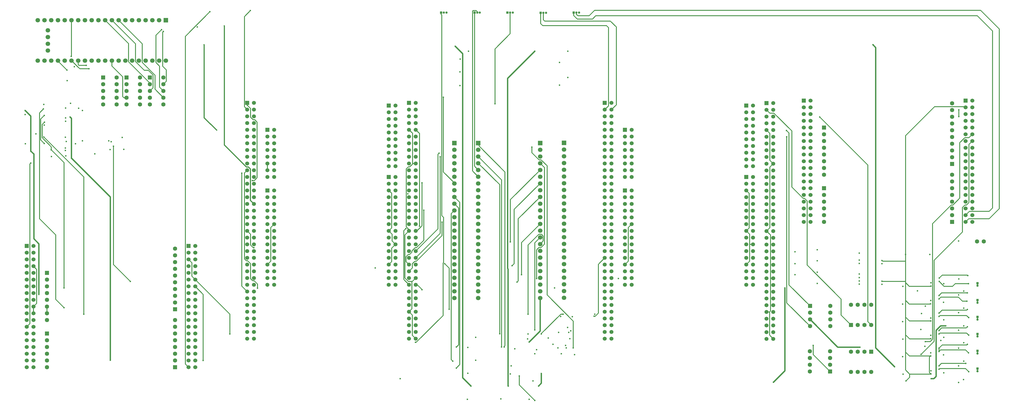
<source format=gbr>
%TF.GenerationSoftware,KiCad,Pcbnew,9.0.2+dfsg-1*%
%TF.CreationDate,2025-06-27T20:46:40-07:00*%
%TF.ProjectId,signalmesh,7369676e-616c-46d6-9573-682e6b696361,rev?*%
%TF.SameCoordinates,Original*%
%TF.FileFunction,Copper,L2,Inr*%
%TF.FilePolarity,Positive*%
%FSLAX46Y46*%
G04 Gerber Fmt 4.6, Leading zero omitted, Abs format (unit mm)*
G04 Created by KiCad (PCBNEW 9.0.2+dfsg-1) date 2025-06-27 20:46:40*
%MOMM*%
%LPD*%
G01*
G04 APERTURE LIST*
G04 Aperture macros list*
%AMRoundRect*
0 Rectangle with rounded corners*
0 $1 Rounding radius*
0 $2 $3 $4 $5 $6 $7 $8 $9 X,Y pos of 4 corners*
0 Add a 4 corners polygon primitive as box body*
4,1,4,$2,$3,$4,$5,$6,$7,$8,$9,$2,$3,0*
0 Add four circle primitives for the rounded corners*
1,1,$1+$1,$2,$3*
1,1,$1+$1,$4,$5*
1,1,$1+$1,$6,$7*
1,1,$1+$1,$8,$9*
0 Add four rect primitives between the rounded corners*
20,1,$1+$1,$2,$3,$4,$5,0*
20,1,$1+$1,$4,$5,$6,$7,0*
20,1,$1+$1,$6,$7,$8,$9,0*
20,1,$1+$1,$8,$9,$2,$3,0*%
G04 Aperture macros list end*
%TA.AperFunction,ComponentPad*%
%ADD10R,0.850000X0.850000*%
%TD*%
%TA.AperFunction,ComponentPad*%
%ADD11C,0.850000*%
%TD*%
%TA.AperFunction,ComponentPad*%
%ADD12R,1.600000X1.600000*%
%TD*%
%TA.AperFunction,ComponentPad*%
%ADD13C,1.600000*%
%TD*%
%TA.AperFunction,ComponentPad*%
%ADD14RoundRect,0.250000X0.550000X0.550000X-0.550000X0.550000X-0.550000X-0.550000X0.550000X-0.550000X0*%
%TD*%
%TA.AperFunction,ComponentPad*%
%ADD15R,1.508000X1.508000*%
%TD*%
%TA.AperFunction,ComponentPad*%
%ADD16C,1.508000*%
%TD*%
%TA.AperFunction,ComponentPad*%
%ADD17R,1.700000X1.700000*%
%TD*%
%TA.AperFunction,ComponentPad*%
%ADD18C,1.700000*%
%TD*%
%TA.AperFunction,ComponentPad*%
%ADD19RoundRect,0.250000X-0.550000X-0.550000X0.550000X-0.550000X0.550000X0.550000X-0.550000X0.550000X0*%
%TD*%
%TA.AperFunction,ComponentPad*%
%ADD20R,1.605000X1.605000*%
%TD*%
%TA.AperFunction,ComponentPad*%
%ADD21C,1.605000*%
%TD*%
%TA.AperFunction,ComponentPad*%
%ADD22R,1.530000X1.530000*%
%TD*%
%TA.AperFunction,ComponentPad*%
%ADD23C,1.530000*%
%TD*%
%TA.AperFunction,ComponentPad*%
%ADD24RoundRect,0.250000X-0.550000X0.550000X-0.550000X-0.550000X0.550000X-0.550000X0.550000X0.550000X0*%
%TD*%
%TA.AperFunction,ComponentPad*%
%ADD25RoundRect,0.250000X0.550000X-0.550000X0.550000X0.550000X-0.550000X0.550000X-0.550000X-0.550000X0*%
%TD*%
%TA.AperFunction,ViaPad*%
%ADD26C,0.600000*%
%TD*%
%TA.AperFunction,ViaPad*%
%ADD27C,0.500000*%
%TD*%
%TA.AperFunction,Conductor*%
%ADD28C,0.500000*%
%TD*%
%TA.AperFunction,Conductor*%
%ADD29C,0.300000*%
%TD*%
%TA.AperFunction,Conductor*%
%ADD30C,0.400000*%
%TD*%
G04 APERTURE END LIST*
D10*
%TO.N,Net-(J15-Pin_1)*%
%TO.C,J15*%
X556825000Y-188000000D03*
D11*
X556825000Y-189000000D03*
%TD*%
D12*
%TO.N,GND*%
%TO.C,U18*%
X227350000Y-78250000D03*
D13*
%TO.N,Net-(U18-F)*%
X227350000Y-80790000D03*
%TO.N,Net-(U18-G)*%
X227350000Y-83330000D03*
%TO.N,Net-(U18-E)*%
X227350000Y-85870000D03*
%TO.N,Net-(U18-D)*%
X227350000Y-88410000D03*
%TO.N,GND*%
X232430000Y-88410000D03*
%TO.N,Net-(U18-DP)*%
X232430000Y-85870000D03*
%TO.N,Net-(U18-C)*%
X232430000Y-83330000D03*
%TO.N,Net-(U18-B)*%
X232430000Y-80790000D03*
%TO.N,Net-(U18-A)*%
X232430000Y-78250000D03*
%TD*%
D14*
%TO.N,UUM_CAN_RD*%
%TO.C,U27*%
X501300000Y-189120000D03*
D13*
%TO.N,GND*%
X501300000Y-186580000D03*
%TO.N,VDD_UUM*%
X501300000Y-184040000D03*
%TO.N,UUM_CAN_TD*%
X501300000Y-181500000D03*
%TO.N,unconnected-(U27-Vref-Pad5)*%
X493680000Y-181500000D03*
%TO.N,/CAN-*%
X493680000Y-184040000D03*
%TO.N,/CAN+*%
X493680000Y-186580000D03*
%TO.N,unconnected-(U27-Rs-Pad8)*%
X493680000Y-189120000D03*
%TD*%
D12*
%TO.N,GND*%
%TO.C,U19*%
X236170000Y-78250000D03*
D13*
%TO.N,Net-(U19-F)*%
X236170000Y-80790000D03*
%TO.N,Net-(U19-G)*%
X236170000Y-83330000D03*
%TO.N,Net-(U19-E)*%
X236170000Y-85870000D03*
%TO.N,Net-(U19-D)*%
X236170000Y-88410000D03*
%TO.N,GND*%
X241250000Y-88410000D03*
%TO.N,Net-(U19-DP)*%
X241250000Y-85870000D03*
%TO.N,Net-(U19-C)*%
X241250000Y-83330000D03*
%TO.N,Net-(U19-B)*%
X241250000Y-80790000D03*
%TO.N,Net-(U19-A)*%
X241250000Y-78250000D03*
%TD*%
D10*
%TO.N,TDM_DBG_TX*%
%TO.C,J4*%
X404700000Y-53800000D03*
D11*
%TO.N,TDM_DBG_RX*%
X405700000Y-53800000D03*
%TO.N,GND*%
X406700000Y-53800000D03*
%TD*%
D15*
%TO.N,unconnected-(U1E-D16{slash}I2S_A_MCK-PadCN7_1)*%
%TO.C,U1*%
X335000000Y-88826000D03*
D16*
%TO.N,unconnected-(U1E-D15{slash}I2C_A_SCL-PadCN7_2)*%
X337540000Y-88826000D03*
%TO.N,unconnected-(U1E-D17{slash}I2S_A_SD-PadCN7_3)*%
X335000000Y-91366000D03*
%TO.N,unconnected-(U1E-D14{slash}I2C_A_SDA-PadCN7_4)*%
X337540000Y-91366000D03*
%TO.N,unconnected-(U1E-D18{slash}I2S_A_CK-PadCN7_5)*%
X335000000Y-93906000D03*
%TO.N,unconnected-(U1E-VREFP_CN7-PadCN7_6)*%
X337540000Y-93906000D03*
%TO.N,unconnected-(U1E-D19{slash}I2S_A_WS-PadCN7_7)*%
X335000000Y-96446000D03*
%TO.N,unconnected-(U1E-GND_CN7-PadCN7_8)*%
X337540000Y-96446000D03*
%TO.N,unconnected-(U1E-D20{slash}I2S_B_WS-PadCN7_9)*%
X335000000Y-98986000D03*
%TO.N,unconnected-(U1E-D13{slash}SPI_A_SCK-PadCN7_10)*%
X337540000Y-98986000D03*
%TO.N,unconnected-(U1E-D21{slash}I2S_B_MCK-PadCN7_11)*%
X335000000Y-101526000D03*
%TO.N,unconnected-(U1E-D12{slash}SPI_A_MISO-PadCN7_12)*%
X337540000Y-101526000D03*
%TO.N,unconnected-(U1E-D22{slash}I2S_B_SD{slash}SPI_B_MOSI-PadCN7_13)*%
X335000000Y-104066000D03*
%TO.N,unconnected-(U1E-D11{slash}SPI_A_MOSI{slash}TIM_E_PWM1-PadCN7_14)*%
X337540000Y-104066000D03*
%TO.N,unconnected-(U1E-D23{slash}I2S_B_CK{slash}SPI_B_SCK-PadCN7_15)*%
X335000000Y-106606000D03*
%TO.N,unconnected-(U1E-D10{slash}SPI_A_CS{slash}TIM_B_PWM3-PadCN7_16)*%
X337540000Y-106606000D03*
%TO.N,unconnected-(U1E-D24{slash}SPI_B_NSS-PadCN7_17)*%
X335000000Y-109146000D03*
%TO.N,unconnected-(U1E-D9{slash}TIMER_B_PWM2-PadCN7_18)*%
X337540000Y-109146000D03*
%TO.N,unconnected-(U1E-D25{slash}SPI_B_MISO-PadCN7_19)*%
X335000000Y-111686000D03*
%TO.N,unconnected-(U1E-D8{slash}IO-PadCN7_20)*%
X337540000Y-111686000D03*
D15*
%TO.N,unconnected-(U1C-NC_CN8-PadCN8_1)*%
X289280000Y-97970000D03*
D16*
%TO.N,unconnected-(U1C-D43{slash}SDMMC_D0-PadCN8_2)*%
X291820000Y-97970000D03*
%TO.N,unconnected-(U1C-IOREF_CN8-PadCN8_3)*%
X289280000Y-100510000D03*
%TO.N,unconnected-(U1C-D44{slash}SDMMC_D1{slash}I2S_A_CKIN-PadCN8_4)*%
X291820000Y-100510000D03*
%TO.N,unconnected-(U1C-NRST_CN8-PadCN8_5)*%
X289280000Y-103050000D03*
%TO.N,unconnected-(U1C-D45{slash}SDMMC_D2-PadCN8_6)*%
X291820000Y-103050000D03*
%TO.N,unconnected-(U1C-3V3_CN8-PadCN8_7)*%
X289280000Y-105590000D03*
%TO.N,unconnected-(U1C-D46{slash}SDMMC_D3-PadCN8_8)*%
X291820000Y-105590000D03*
%TO.N,unconnected-(U1C-5V_CN8-PadCN8_9)*%
X289280000Y-108130000D03*
%TO.N,unconnected-(U1C-D47{slash}SDMMC_CK-PadCN8_10)*%
X291820000Y-108130000D03*
%TO.N,Net-(U1C-GND_CN8-PadCN8_11)*%
X289280000Y-110670000D03*
%TO.N,unconnected-(U1C-D48{slash}SDMMC_CMD-PadCN8_12)*%
X291820000Y-110670000D03*
%TO.N,Net-(U1C-GND_CN8-PadCN8_11)*%
X289280000Y-113210000D03*
%TO.N,unconnected-(U1C-D49{slash}IO-PadCN8_14)*%
X291820000Y-113210000D03*
%TO.N,unconnected-(U1C-VIN_CN8-PadCN8_15)*%
X289280000Y-115750000D03*
%TO.N,unconnected-(U1C-D50{slash}IO-PadCN8_16)*%
X291820000Y-115750000D03*
D15*
%TO.N,unconnected-(U1D-A0{slash}ADC12_INP15-PadCN9_1)*%
X289280000Y-120830000D03*
D16*
%TO.N,unconnected-(U1D-D51{slash}USART_B_SCLK-PadCN9_2)*%
X291820000Y-120830000D03*
%TO.N,unconnected-(U1D-A1{slash}ADC123_INP10-PadCN9_3)*%
X289280000Y-123370000D03*
%TO.N,unconnected-(U1D-D52{slash}USART_B_RX-PadCN9_4)*%
X291820000Y-123370000D03*
%TO.N,unconnected-(U1D-A2{slash}ADC12_INP13-PadCN9_5)*%
X289280000Y-125910000D03*
%TO.N,unconnected-(U1D-D53{slash}USART_B_TX-PadCN9_6)*%
X291820000Y-125910000D03*
%TO.N,unconnected-(U1D-A3{slash}ADC12_INP5-PadCN9_7)*%
X289280000Y-128450000D03*
%TO.N,unconnected-(U1D-D54{slash}USART_B_RTS-PadCN9_8)*%
X291820000Y-128450000D03*
%TO.N,unconnected-(U1D-A4{slash}ADC123_INP12{slash}I2C1_SDA-PadCN9_9)*%
X289280000Y-130990000D03*
%TO.N,unconnected-(U1D-D55{slash}USART_B_CTS-PadCN9_10)*%
X291820000Y-130990000D03*
%TO.N,unconnected-(U1D-A5{slash}ADC3_INP6{slash}I2C1_SCL-PadCN9_11)*%
X289280000Y-133530000D03*
%TO.N,Net-(U1D-GND_CN9-PadCN9_12)*%
X291820000Y-133530000D03*
%TO.N,unconnected-(U1D-D72{slash}COMP1_INP-PadCN9_13)*%
X289280000Y-136070000D03*
%TO.N,unconnected-(U1D-D56{slash}SAI_A_MCLK-PadCN9_14)*%
X291820000Y-136070000D03*
%TO.N,unconnected-(U1D-D71{slash}COMP2_INP-PadCN9_15)*%
X289280000Y-138610000D03*
%TO.N,unconnected-(U1D-D57{slash}SAI_A_FS-PadCN9_16)*%
X291820000Y-138610000D03*
%TO.N,unconnected-(U1D-D70{slash}I2C_B_SMBA-PadCN9_17)*%
X289280000Y-141150000D03*
%TO.N,unconnected-(U1D-D58{slash}SAI_A_SCK-PadCN9_18)*%
X291820000Y-141150000D03*
%TO.N,unconnected-(U1D-D69{slash}I2C_B_SCL-PadCN9_19)*%
X289280000Y-143690000D03*
%TO.N,unconnected-(U1D-D59{slash}SAI_A_SD-PadCN9_20)*%
X291820000Y-143690000D03*
%TO.N,unconnected-(U1D-D68{slash}I2C_B_SDA-PadCN9_21)*%
X289280000Y-146230000D03*
%TO.N,unconnected-(U1D-D60{slash}SAI_B_SD-PadCN9_22)*%
X291820000Y-146230000D03*
%TO.N,Net-(U1D-GND_CN9-PadCN9_12)*%
X289280000Y-148770000D03*
%TO.N,unconnected-(U1D-D61{slash}SAI_B_SCK-PadCN9_24)*%
X291820000Y-148770000D03*
%TO.N,unconnected-(U1D-D67{slash}CAN_RX-PadCN9_25)*%
X289280000Y-151310000D03*
%TO.N,unconnected-(U1D-D62{slash}SAI_B_MCLK-PadCN9_26)*%
X291820000Y-151310000D03*
%TO.N,unconnected-(U1D-D66{slash}CAN_TX-PadCN9_27)*%
X289280000Y-153850000D03*
%TO.N,unconnected-(U1D-D63{slash}SAI_B_FS-PadCN9_28)*%
X291820000Y-153850000D03*
%TO.N,unconnected-(U1D-D65{slash}IO-PadCN9_29)*%
X289280000Y-156390000D03*
%TO.N,unconnected-(U1D-D64{slash}IO-PadCN9_30)*%
X291820000Y-156390000D03*
D15*
%TO.N,unconnected-(U1F-AVDD-PadCN10_1)*%
X335000000Y-115750000D03*
D16*
%TO.N,unconnected-(U1F-D7{slash}IO-PadCN10_2)*%
X337540000Y-115750000D03*
%TO.N,unconnected-(U1F-AGND_CN10-PadCN10_3)*%
X335000000Y-118290000D03*
%TO.N,unconnected-(U1F-D6{slash}TIMER_A_PWM1-PadCN10_4)*%
X337540000Y-118290000D03*
%TO.N,Net-(U1F-GND_CN10-PadCN10_17)*%
X335000000Y-120830000D03*
%TO.N,unconnected-(U1F-D5{slash}TIMER_A_PWM2-PadCN10_6)*%
X337540000Y-120830000D03*
%TO.N,unconnected-(U1F-A6{slash}ADC_A_IN-PadCN10_7)*%
X335000000Y-123370000D03*
%TO.N,unconnected-(U1F-D4{slash}IO-PadCN10_8)*%
X337540000Y-123370000D03*
%TO.N,unconnected-(U1F-A7{slash}ADC_B_IN-PadCN10_9)*%
X335000000Y-125910000D03*
%TO.N,unconnected-(U1F-D3{slash}TIMER_A_PWM3-PadCN10_10)*%
X337540000Y-125910000D03*
%TO.N,unconnected-(U1F-A8{slash}ADC_C_IN-PadCN10_11)*%
X335000000Y-128450000D03*
%TO.N,unconnected-(U1F-D2{slash}IO-PadCN10_12)*%
X337540000Y-128450000D03*
%TO.N,unconnected-(U1F-D26{slash}QSPI_CS-PadCN10_13)*%
X335000000Y-130990000D03*
%TO.N,unconnected-(U1F-D1{slash}USART_A_TX-PadCN10_14)*%
X337540000Y-130990000D03*
%TO.N,unconnected-(U1F-D27{slash}QSPI_CLK-PadCN10_15)*%
X335000000Y-133530000D03*
%TO.N,unconnected-(U1F-D0{slash}USART_A_RX-PadCN10_16)*%
X337540000Y-133530000D03*
%TO.N,Net-(U1F-GND_CN10-PadCN10_17)*%
X335000000Y-136070000D03*
%TO.N,unconnected-(U1F-D42{slash}TIMER_A_PWM1N-PadCN10_18)*%
X337540000Y-136070000D03*
%TO.N,unconnected-(U1F-D28{slash}QSPI_BK1_IO3-PadCN10_19)*%
X335000000Y-138610000D03*
%TO.N,unconnected-(U1F-D41{slash}TIMER_A_ETR-PadCN10_20)*%
X337540000Y-138610000D03*
%TO.N,unconnected-(U1F-D29{slash}QSPI_BK1_IO1-PadCN10_21)*%
X335000000Y-141150000D03*
%TO.N,Net-(U1F-GND_CN10-PadCN10_17)*%
X337540000Y-141150000D03*
%TO.N,unconnected-(U1F-D30{slash}QSPI_BK1_IO0-PadCN10_23)*%
X335000000Y-143690000D03*
%TO.N,unconnected-(U1F-D40{slash}TIMER_A_PWM2N-PadCN10_24)*%
X337540000Y-143690000D03*
%TO.N,unconnected-(U1F-D31{slash}QSPI_BK1_IO2-PadCN10_25)*%
X335000000Y-146230000D03*
%TO.N,unconnected-(U1F-D39{slash}TIMER_A_PWM3N-PadCN10_26)*%
X337540000Y-146230000D03*
%TO.N,Net-(U1F-GND_CN10-PadCN10_17)*%
X335000000Y-148770000D03*
%TO.N,unconnected-(U1F-D38{slash}TIMER_A_BKIN2-PadCN10_28)*%
X337540000Y-148770000D03*
%TO.N,unconnected-(U1F-D32{slash}TIMER_C_PWM1-PadCN10_29)*%
X335000000Y-151310000D03*
%TO.N,unconnected-(U1F-D37{slash}TIMER_A_BKIN1-PadCN10_30)*%
X337540000Y-151310000D03*
%TO.N,unconnected-(U1F-D33{slash}TIMER_D_PWM1-PadCN10_31)*%
X335000000Y-153850000D03*
%TO.N,unconnected-(U1F-D36{slash}TIMER_C_PWM2-PadCN10_32)*%
X337540000Y-153850000D03*
%TO.N,unconnected-(U1F-D34{slash}TIMER_B_ETR-PadCN10_33)*%
X335000000Y-156390000D03*
%TO.N,unconnected-(U1F-D35{slash}TIMER_C_PWM3-PadCN10_34)*%
X337540000Y-156390000D03*
D15*
%TO.N,AAM_CMD_TX*%
X281660000Y-87810000D03*
D16*
%TO.N,AAM_CMD_RX*%
X284200000Y-87810000D03*
%TO.N,AAM_DBG_TX*%
X281660000Y-90350000D03*
%TO.N,AAM_DBG_RX*%
X284200000Y-90350000D03*
%TO.N,unconnected-(U1A-3V3_VDD-PadCN11_5)*%
X281660000Y-92890000D03*
%TO.N,unconnected-(U1A-5V_EXT-PadCN11_6)*%
X284200000Y-92890000D03*
%TO.N,unconnected-(U1A-BOOT0-PadCN11_7)*%
X281660000Y-95430000D03*
%TO.N,GND*%
X284200000Y-95430000D03*
%TO.N,unconnected-(U1A-PF6-PadCN11_9)*%
X281660000Y-97970000D03*
%TO.N,unconnected-(U1A-NC-PadCN11_10)*%
X284200000Y-97970000D03*
%TO.N,unconnected-(U1A-PF7-PadCN11_11)*%
X281660000Y-100510000D03*
%TO.N,unconnected-(U1A-IOREF-PadCN11_12)*%
X284200000Y-100510000D03*
%TO.N,unconnected-(U1A-PA13-PadCN11_13)*%
X281660000Y-103050000D03*
%TO.N,unconnected-(U1A-NRST-PadCN11_14)*%
X284200000Y-103050000D03*
%TO.N,unconnected-(U1A-PA14-PadCN11_15)*%
X281660000Y-105590000D03*
%TO.N,unconnected-(U1A-3V3-PadCN11_16)*%
X284200000Y-105590000D03*
%TO.N,unconnected-(U1A-PA15-PadCN11_17)*%
X281660000Y-108130000D03*
%TO.N,5V_AAM*%
X284200000Y-108130000D03*
%TO.N,GND*%
X281660000Y-110670000D03*
X284200000Y-110670000D03*
%TO.N,AAM_FMC_NL*%
X281660000Y-113210000D03*
%TO.N,GND*%
X284200000Y-113210000D03*
%TO.N,unconnected-(U1A-PC13-PadCN11_23)*%
X281660000Y-115750000D03*
%TO.N,unconnected-(U1A-VIN-PadCN11_24)*%
X284200000Y-115750000D03*
%TO.N,unconnected-(U1A-PC14-PadCN11_25)*%
X281660000Y-118290000D03*
%TO.N,unconnected-(U1A-NC-PadCN11_26)*%
X284200000Y-118290000D03*
%TO.N,unconnected-(U1A-PC15-PadCN11_27)*%
X281660000Y-120830000D03*
%TO.N,unconnected-(U1A-PA0-PadCN11_28)*%
X284200000Y-120830000D03*
%TO.N,unconnected-(U1A-PH0-PadCN11_29)*%
X281660000Y-123370000D03*
%TO.N,unconnected-(U1A-PA1-PadCN11_30)*%
X284200000Y-123370000D03*
%TO.N,unconnected-(U1A-PH1-PadCN11_31)*%
X281660000Y-125910000D03*
%TO.N,AAM_DAC_R*%
X284200000Y-125910000D03*
%TO.N,unconnected-(U1A-VBAT-PadCN11_33)*%
X281660000Y-128450000D03*
%TO.N,unconnected-(U1A-PB0-PadCN11_34)*%
X284200000Y-128450000D03*
%TO.N,unconnected-(U1A-PC2-PadCN11_35)*%
X281660000Y-130990000D03*
%TO.N,unconnected-(U1A-PC1-PadCN11_36)*%
X284200000Y-130990000D03*
%TO.N,unconnected-(U1A-PC3-PadCN11_37)*%
X281660000Y-133530000D03*
%TO.N,unconnected-(U1A-PC0-PadCN11_38)*%
X284200000Y-133530000D03*
%TO.N,AAM_FMC_NOE*%
X281660000Y-136070000D03*
%TO.N,AAM_FMC_CLK*%
X284200000Y-136070000D03*
%TO.N,AAM_FMC_NWE*%
X281660000Y-138610000D03*
%TO.N,unconnected-(U1A-PG2-PadCN11_42)*%
X284200000Y-138610000D03*
%TO.N,unconnected-(U1A-PD6-PadCN11_43)*%
X281660000Y-141150000D03*
%TO.N,unconnected-(U1A-PG3-PadCN11_44)*%
X284200000Y-141150000D03*
%TO.N,unconnected-(U1A-PD7-PadCN11_45)*%
X281660000Y-143690000D03*
%TO.N,unconnected-(U1A-PE2-PadCN11_46)*%
X284200000Y-143690000D03*
%TO.N,AAM_INTRPT_RX*%
X281660000Y-146230000D03*
%TO.N,unconnected-(U1A-PE4-PadCN11_48)*%
X284200000Y-146230000D03*
%TO.N,GND*%
X281660000Y-148770000D03*
%TO.N,unconnected-(U1A-PE5-PadCN11_50)*%
X284200000Y-148770000D03*
%TO.N,unconnected-(U1A-PF1-PadCN11_51)*%
X281660000Y-151310000D03*
%TO.N,unconnected-(U1A-PF2-PadCN11_52)*%
X284200000Y-151310000D03*
%TO.N,unconnected-(U1A-PF0-PadCN11_53)*%
X281660000Y-153850000D03*
%TO.N,unconnected-(U1A-PF8-PadCN11_54)*%
X284200000Y-153850000D03*
%TO.N,AAM_FMC_D3*%
X281660000Y-156390000D03*
%TO.N,unconnected-(U1A-PF9-PadCN11_56)*%
X284200000Y-156390000D03*
%TO.N,AAM_FMC_D2*%
X281660000Y-158930000D03*
%TO.N,unconnected-(U1A-PG1-PadCN11_58)*%
X284200000Y-158930000D03*
%TO.N,unconnected-(U1A-PG0-PadCN11_59)*%
X281660000Y-161470000D03*
%TO.N,GND*%
X284200000Y-161470000D03*
%TO.N,AAM_FMC_NBL1*%
X281660000Y-164010000D03*
%TO.N,AAM_INTRPT_TX*%
X284200000Y-164010000D03*
%TO.N,unconnected-(U1A-PG9-PadCN11_63)*%
X281660000Y-166550000D03*
%TO.N,unconnected-(U1A-PG15-PadCN11_64)*%
X284200000Y-166550000D03*
%TO.N,unconnected-(U1A-PG12-PadCN11_65)*%
X281660000Y-169090000D03*
%TO.N,unconnected-(U1A-PG10-PadCN11_66)*%
X284200000Y-169090000D03*
%TO.N,unconnected-(U1A-NC-PadCN11_67)*%
X281660000Y-171630000D03*
%TO.N,unconnected-(U1A-PG13-PadCN11_68)*%
X284200000Y-171630000D03*
%TO.N,ACM_FMC_D14*%
X281660000Y-174170000D03*
%TO.N,unconnected-(U1A-PG11-PadCN11_70)*%
X284200000Y-174170000D03*
%TO.N,GND*%
X281660000Y-176710000D03*
X284200000Y-176710000D03*
D15*
%TO.N,unconnected-(U1B-PC9-PadCN12_1)*%
X342620000Y-87830000D03*
D16*
%TO.N,unconnected-(U1B-PC8-PadCN12_2)*%
X345160000Y-87830000D03*
%TO.N,AAM_CAN_RD*%
X342620000Y-90370000D03*
%TO.N,unconnected-(U1B-PC6-PadCN12_4)*%
X345160000Y-90370000D03*
%TO.N,AAM_CAN_TD*%
X342620000Y-92910000D03*
%TO.N,unconnected-(U1B-PC5-PadCN12_6)*%
X345160000Y-92910000D03*
%TO.N,unconnected-(U1B-VREFP-PadCN12_7)*%
X342620000Y-95450000D03*
%TO.N,unconnected-(U1B-5V_USB_STLK-PadCN12_8)*%
X345160000Y-95450000D03*
%TO.N,Net-(U1B-GND_CN12-PadCN12_20)*%
X342620000Y-97990000D03*
%TO.N,AAM_FMC_D13*%
X345160000Y-97990000D03*
%TO.N,AAM_DAC_L*%
X342620000Y-100530000D03*
%TO.N,unconnected-(U1B-PA12-PadCN12_12)*%
X345160000Y-100530000D03*
%TO.N,unconnected-(U1B-PA6-PadCN12_13)*%
X342620000Y-103070000D03*
%TO.N,unconnected-(U1B-PA11-PadCN12_14)*%
X345160000Y-103070000D03*
%TO.N,unconnected-(U1B-PA7-PadCN12_15)*%
X342620000Y-105610000D03*
%TO.N,unconnected-(U1B-PB12-PadCN12_16)*%
X345160000Y-105610000D03*
%TO.N,unconnected-(U1B-PB6-PadCN12_17)*%
X342620000Y-108150000D03*
%TO.N,unconnected-(U1B-PB11-PadCN12_18)*%
X345160000Y-108150000D03*
%TO.N,AAM_FMC_NE*%
X342620000Y-110690000D03*
%TO.N,Net-(U1B-GND_CN12-PadCN12_20)*%
X345160000Y-110690000D03*
%TO.N,unconnected-(U1B-PA9-PadCN12_21)*%
X342620000Y-113230000D03*
%TO.N,unconnected-(U1B-PB2-PadCN12_22)*%
X345160000Y-113230000D03*
%TO.N,unconnected-(U1B-PA8-PadCN12_23)*%
X342620000Y-115770000D03*
%TO.N,unconnected-(U1B-PB1-PadCN12_24)*%
X345160000Y-115770000D03*
%TO.N,unconnected-(U1B-PB10-PadCN12_25)*%
X342620000Y-118310000D03*
%TO.N,unconnected-(U1B-PB15-PadCN12_26)*%
X345160000Y-118310000D03*
%TO.N,unconnected-(U1B-PB4-PadCN12_27)*%
X342620000Y-120850000D03*
%TO.N,unconnected-(U1B-PB14-PadCN12_28)*%
X345160000Y-120850000D03*
%TO.N,unconnected-(U1B-PB5-PadCN12_29)*%
X342620000Y-123390000D03*
%TO.N,unconnected-(U1B-PB13-PadCN12_30)*%
X345160000Y-123390000D03*
%TO.N,unconnected-(U1B-PB3-PadCN12_31)*%
X342620000Y-125930000D03*
%TO.N,unconnected-(U1B-AGND_CN12-PadCN12_32)*%
X345160000Y-125930000D03*
%TO.N,unconnected-(U1B-PA10-PadCN12_33)*%
X342620000Y-128470000D03*
%TO.N,unconnected-(U1B-PC4-PadCN12_34)*%
X345160000Y-128470000D03*
%TO.N,unconnected-(U1B-PA2-PadCN12_35)*%
X342620000Y-131010000D03*
%TO.N,unconnected-(U1B-PF5-PadCN12_36)*%
X345160000Y-131010000D03*
%TO.N,unconnected-(U1B-PA3-PadCN12_37)*%
X342620000Y-133550000D03*
%TO.N,unconnected-(U1B-PF4-PadCN12_38)*%
X345160000Y-133550000D03*
%TO.N,Net-(U1B-GND_CN12-PadCN12_20)*%
X342620000Y-136090000D03*
%TO.N,AAM_FMC_D5*%
X345160000Y-136090000D03*
%TO.N,unconnected-(U1B-PD13-PadCN12_41)*%
X342620000Y-138630000D03*
%TO.N,unconnected-(U1B-PF10-PadCN12_42)*%
X345160000Y-138630000D03*
%TO.N,unconnected-(U1B-PD12-PadCN12_43)*%
X342620000Y-141170000D03*
%TO.N,AAM_FMC_D4*%
X345160000Y-141170000D03*
%TO.N,unconnected-(U1B-PD11-PadCN12_45)*%
X342620000Y-143710000D03*
%TO.N,AAM_FMC_D0*%
X345160000Y-143710000D03*
%TO.N,AAM_FMC_D7*%
X342620000Y-146250000D03*
%TO.N,AAM_FMC_D1*%
X345160000Y-146250000D03*
%TO.N,AAM_FMC_D9*%
X342620000Y-148790000D03*
%TO.N,unconnected-(U1B-PF14-PadCN12_50)*%
X345160000Y-148790000D03*
%TO.N,AAM_FMC_D11*%
X342620000Y-151330000D03*
%TO.N,AAM_FMC_D6*%
X345160000Y-151330000D03*
%TO.N,AAM_FMC_D12*%
X342620000Y-153870000D03*
%TO.N,Net-(U1B-GND_CN12-PadCN12_20)*%
X345160000Y-153870000D03*
%TO.N,AAM_FMC_D10*%
X342620000Y-156410000D03*
%TO.N,AAM_FMC_D8*%
X345160000Y-156410000D03*
%TO.N,unconnected-(U1B-PF13-PadCN12_57)*%
X342620000Y-158950000D03*
%TO.N,unconnected-(U1B-PF3-PadCN12_58)*%
X345160000Y-158950000D03*
%TO.N,unconnected-(U1B-PF12-PadCN12_59)*%
X342620000Y-161490000D03*
%TO.N,unconnected-(U1B-PF15-PadCN12_60)*%
X345160000Y-161490000D03*
%TO.N,unconnected-(U1B-PG14-PadCN12_61)*%
X342620000Y-164030000D03*
%TO.N,unconnected-(U1B-PF11-PadCN12_62)*%
X345160000Y-164030000D03*
%TO.N,Net-(U1B-GND_CN12-PadCN12_20)*%
X342620000Y-166570000D03*
%TO.N,AAM_FMC_NBL0*%
X345160000Y-166570000D03*
%TO.N,ACM_FMC_D15*%
X342620000Y-169110000D03*
%TO.N,unconnected-(U1B-PG8-PadCN12_66)*%
X345160000Y-169110000D03*
%TO.N,unconnected-(U1B-PG7-PadCN12_67)*%
X342620000Y-171650000D03*
%TO.N,unconnected-(U1B-PG5-PadCN12_68)*%
X345160000Y-171650000D03*
%TO.N,unconnected-(U1B-PG4-PadCN12_69)*%
X342620000Y-174190000D03*
%TO.N,unconnected-(U1B-PG6-PadCN12_70)*%
X345160000Y-174190000D03*
%TO.N,Net-(U1B-GND_CN12-PadCN12_20)*%
X342620000Y-176730000D03*
X345160000Y-176730000D03*
%TD*%
D17*
%TO.N,AAM_FMC_D0*%
%TO.C,J9*%
X401010000Y-102940000D03*
D18*
%TO.N,AAM_FMC_D1*%
X401010000Y-105480000D03*
%TO.N,AAM_FMC_D2*%
X401010000Y-108020000D03*
%TO.N,AAM_FMC_D3*%
X401010000Y-110560000D03*
%TO.N,AAM_FMC_D4*%
X401010000Y-113100000D03*
%TO.N,AAM_FMC_D5*%
X401010000Y-115640000D03*
%TO.N,AAM_FMC_D6*%
X401010000Y-118180000D03*
%TO.N,AAM_FMC_D7*%
X401010000Y-120720000D03*
%TO.N,AAM_FMC_D8*%
X401010000Y-123260000D03*
%TO.N,AAM_FMC_D9*%
X401010000Y-125800000D03*
%TO.N,AAM_FMC_D10*%
X401010000Y-128340000D03*
%TO.N,AAM_FMC_D11*%
X401010000Y-130880000D03*
%TO.N,AAM_FMC_D12*%
X401010000Y-133420000D03*
%TO.N,AAM_FMC_D13*%
X401010000Y-135960000D03*
%TO.N,ACM_FMC_D14*%
X401010000Y-138500000D03*
%TO.N,ACM_FMC_D15*%
X401010000Y-141040000D03*
%TO.N,unconnected-(J9-Pin_17-Pad17)*%
X401010000Y-143580000D03*
%TO.N,5V_ACM*%
X401010000Y-146120000D03*
%TO.N,unconnected-(J2-Pin_19-Pad19)*%
X401010000Y-148660000D03*
%TO.N,unconnected-(J2-Pin_20-Pad20)*%
X401010000Y-151200000D03*
%TO.N,unconnected-(J2-Pin_21-Pad21)*%
X401010000Y-153740000D03*
%TO.N,unconnected-(J2-Pin_22-Pad22)*%
X401010000Y-156280000D03*
%TO.N,GND*%
X401010000Y-158820000D03*
%TO.N,3V3_ACM*%
X401010000Y-161360000D03*
%TD*%
D13*
%TO.N,GND*%
%TO.C,TH1*%
X556660000Y-140100000D03*
%TO.N,Net-(U9B-PC7)*%
X559200000Y-140100000D03*
%TD*%
D12*
%TO.N,GND*%
%TO.C,U2*%
X245000000Y-78250000D03*
D13*
%TO.N,Net-(U2-F)*%
X245000000Y-80790000D03*
%TO.N,Net-(U2-G)*%
X245000000Y-83330000D03*
%TO.N,Net-(U2-E)*%
X245000000Y-85870000D03*
%TO.N,Net-(U2-D)*%
X245000000Y-88410000D03*
%TO.N,GND*%
X250080000Y-88410000D03*
%TO.N,Net-(U2-DP)*%
X250080000Y-85870000D03*
%TO.N,Net-(U2-C)*%
X250080000Y-83330000D03*
%TO.N,Net-(U2-B)*%
X250080000Y-80790000D03*
%TO.N,Net-(U2-A)*%
X250080000Y-78250000D03*
%TD*%
D17*
%TO.N,ACM_SPI_CS*%
%TO.C,J1*%
X368700000Y-102980000D03*
D18*
%TO.N,ACM_SPI_MOSI*%
X368700000Y-105520000D03*
%TO.N,ACM_SPI_SCLK*%
X368700000Y-108060000D03*
%TO.N,ACM_SPI_MISO*%
X368700000Y-110600000D03*
%TO.N,ACM_DBG_TX*%
X368700000Y-113140000D03*
%TO.N,ACM_DBG_RX*%
X368700000Y-115680000D03*
%TO.N,AAM_CMD_RX*%
X368700000Y-118220000D03*
%TO.N,AAM_CMD_TX*%
X368700000Y-120760000D03*
%TO.N,ACM_LED_FAIL*%
X368700000Y-123300000D03*
%TO.N,ACM_LED_OK*%
X368700000Y-125840000D03*
%TO.N,ACM_LED_WARN*%
X368700000Y-128380000D03*
%TO.N,unconnected-(J1-Pin_12-Pad12)*%
X368700000Y-130920000D03*
%TO.N,unconnected-(J1-Pin_13-Pad13)*%
X368700000Y-133460000D03*
%TO.N,unconnected-(J1-Pin_14-Pad14)*%
X368700000Y-136000000D03*
%TO.N,unconnected-(J1-Pin_15-Pad15)*%
X368700000Y-138540000D03*
%TO.N,unconnected-(J1-Pin_16-Pad16)*%
X368700000Y-141080000D03*
%TO.N,unconnected-(J1-Pin_17-Pad17)*%
X368700000Y-143620000D03*
%TO.N,AAM_FMC_CLK*%
X368700000Y-146160000D03*
%TO.N,AAM_FMC_NWE*%
X368700000Y-148700000D03*
%TO.N,AAM_FMC_NOE*%
X368700000Y-151240000D03*
%TO.N,AAM_FMC_NE*%
X368700000Y-153780000D03*
%TO.N,AAM_FMC_NL*%
X368700000Y-156320000D03*
%TO.N,AAM_FMC_NBL0*%
X368700000Y-158860000D03*
%TO.N,AAM_FMC_NBL1*%
X368700000Y-161400000D03*
%TD*%
D17*
%TO.N,ACM_SPI_CS*%
%TO.C,J8*%
X359700000Y-102980000D03*
D18*
%TO.N,ACM_SPI_MOSI*%
X359700000Y-105520000D03*
%TO.N,ACM_SPI_SCLK*%
X359700000Y-108060000D03*
%TO.N,ACM_SPI_MISO*%
X359700000Y-110600000D03*
%TO.N,ACM_DBG_TX*%
X359700000Y-113140000D03*
%TO.N,ACM_DBG_RX*%
X359700000Y-115680000D03*
%TO.N,AAM_CMD_RX*%
X359700000Y-118220000D03*
%TO.N,AAM_CMD_TX*%
X359700000Y-120760000D03*
%TO.N,ACM_LED_FAIL*%
X359700000Y-123300000D03*
%TO.N,ACM_LED_OK*%
X359700000Y-125840000D03*
%TO.N,ACM_LED_WARN*%
X359700000Y-128380000D03*
%TO.N,unconnected-(J1-Pin_12-Pad12)*%
X359700000Y-130920000D03*
%TO.N,unconnected-(J1-Pin_13-Pad13)*%
X359700000Y-133460000D03*
%TO.N,unconnected-(J1-Pin_14-Pad14)*%
X359700000Y-136000000D03*
%TO.N,unconnected-(J1-Pin_15-Pad15)*%
X359700000Y-138540000D03*
%TO.N,unconnected-(J1-Pin_16-Pad16)*%
X359700000Y-141080000D03*
%TO.N,unconnected-(J1-Pin_17-Pad17)*%
X359700000Y-143620000D03*
%TO.N,AAM_FMC_CLK*%
X359700000Y-146160000D03*
%TO.N,AAM_FMC_NWE*%
X359700000Y-148700000D03*
%TO.N,AAM_FMC_NOE*%
X359700000Y-151240000D03*
%TO.N,AAM_FMC_NE*%
X359700000Y-153780000D03*
%TO.N,AAM_FMC_NL*%
X359700000Y-156320000D03*
%TO.N,AAM_FMC_NBL0*%
X359700000Y-158860000D03*
%TO.N,AAM_FMC_NBL1*%
X359700000Y-161400000D03*
%TD*%
D19*
%TO.N,AAM_CAN_RD*%
%TO.C,U29*%
X493690000Y-164420000D03*
D13*
%TO.N,GND*%
X493690000Y-166960000D03*
%TO.N,VDD_AAM*%
X493690000Y-169500000D03*
%TO.N,AAM_CAN_TD*%
X493690000Y-172040000D03*
%TO.N,unconnected-(U29-Vref-Pad5)*%
X501310000Y-172040000D03*
%TO.N,/CAN-*%
X501310000Y-169500000D03*
%TO.N,/CAN+*%
X501310000Y-166960000D03*
%TO.N,unconnected-(U29-Rs-Pad8)*%
X501310000Y-164420000D03*
%TD*%
D17*
%TO.N,AAM_FMC_D0*%
%TO.C,J2*%
X392010000Y-102980000D03*
D18*
%TO.N,AAM_FMC_D1*%
X392010000Y-105520000D03*
%TO.N,AAM_FMC_D2*%
X392010000Y-108060000D03*
%TO.N,AAM_FMC_D3*%
X392010000Y-110600000D03*
%TO.N,AAM_FMC_D4*%
X392010000Y-113140000D03*
%TO.N,AAM_FMC_D5*%
X392010000Y-115680000D03*
%TO.N,AAM_FMC_D6*%
X392010000Y-118220000D03*
%TO.N,AAM_FMC_D7*%
X392010000Y-120760000D03*
%TO.N,AAM_FMC_D8*%
X392010000Y-123300000D03*
%TO.N,AAM_FMC_D9*%
X392010000Y-125840000D03*
%TO.N,AAM_FMC_D10*%
X392010000Y-128380000D03*
%TO.N,AAM_FMC_D11*%
X392010000Y-130920000D03*
%TO.N,AAM_FMC_D12*%
X392010000Y-133460000D03*
%TO.N,AAM_FMC_D13*%
X392010000Y-136000000D03*
%TO.N,ACM_FMC_D14*%
X392010000Y-138540000D03*
%TO.N,ACM_FMC_D15*%
X392010000Y-141080000D03*
%TO.N,unconnected-(J2-Pin_17-Pad17)*%
X392010000Y-143620000D03*
%TO.N,5V_ACM*%
X392010000Y-146160000D03*
%TO.N,unconnected-(J2-Pin_19-Pad19)*%
X392010000Y-148700000D03*
%TO.N,unconnected-(J2-Pin_20-Pad20)*%
X392010000Y-151240000D03*
%TO.N,unconnected-(J2-Pin_21-Pad21)*%
X392010000Y-153780000D03*
%TO.N,unconnected-(J2-Pin_22-Pad22)*%
X392010000Y-156320000D03*
%TO.N,GND*%
X392010000Y-158860000D03*
%TO.N,3V3_ACM*%
X392010000Y-161400000D03*
%TD*%
D20*
%TO.N,N/C*%
%TO.C,U9*%
X547240000Y-110880000D03*
D21*
X547240000Y-108340000D03*
X547240000Y-105800000D03*
X547240000Y-103260000D03*
X547240000Y-100720000D03*
X547240000Y-98180000D03*
X547240000Y-95640000D03*
X547240000Y-93100000D03*
X547240000Y-90560000D03*
X547240000Y-88020000D03*
D20*
X498980000Y-97160000D03*
D21*
X498980000Y-99700000D03*
X498980000Y-102240000D03*
X498980000Y-104780000D03*
X498980000Y-107320000D03*
X498980000Y-109860000D03*
X498980000Y-112400000D03*
X498980000Y-114940000D03*
D22*
X491360000Y-87000000D03*
D23*
X493900000Y-87000000D03*
X491360000Y-89540000D03*
X493900000Y-89540000D03*
X491360000Y-92080000D03*
X493900000Y-92080000D03*
X491360000Y-94620000D03*
X493900000Y-94620000D03*
X491360000Y-97160000D03*
X493900000Y-97160000D03*
X491360000Y-99700000D03*
X493900000Y-99700000D03*
X491360000Y-102240000D03*
X493900000Y-102240000D03*
X491360000Y-104780000D03*
X493900000Y-104780000D03*
X491360000Y-107320000D03*
X493900000Y-107320000D03*
X491360000Y-109860000D03*
X493900000Y-109860000D03*
X491360000Y-112400000D03*
X493900000Y-112400000D03*
X491360000Y-114940000D03*
X493900000Y-114940000D03*
X491360000Y-117480000D03*
X493900000Y-117480000D03*
X491360000Y-120020000D03*
X493900000Y-120020000D03*
X491360000Y-122560000D03*
X493900000Y-122560000D03*
X491360000Y-125100000D03*
X493900000Y-125100000D03*
X491360000Y-127640000D03*
X493900000Y-127640000D03*
X491360000Y-130180000D03*
X493900000Y-130180000D03*
X491360000Y-132720000D03*
X493900000Y-132720000D03*
D20*
X498980000Y-120020000D03*
D21*
X498980000Y-122560000D03*
X498980000Y-125100000D03*
X498980000Y-127640000D03*
X498980000Y-130180000D03*
X498980000Y-132720000D03*
D20*
X547240000Y-132720000D03*
D21*
X547240000Y-130180000D03*
X547240000Y-127640000D03*
X547240000Y-125100000D03*
X547240000Y-122560000D03*
X547240000Y-120020000D03*
X547240000Y-117480000D03*
X547240000Y-114940000D03*
D22*
%TO.N,unconnected-(U9B-PC9-PadCN10_1)*%
X552320000Y-87000000D03*
D23*
%TO.N,unconnected-(U9B-PC8-PadCN10_2)*%
X554860000Y-87000000D03*
%TO.N,TDM_I2C1_SCL*%
X552320000Y-89540000D03*
%TO.N,unconnected-(U9B-PC6-PadCN10_4)*%
X554860000Y-89540000D03*
%TO.N,TDM_I2C1_SDA*%
X552320000Y-92080000D03*
%TO.N,TDM_LED_FAIL*%
X554860000Y-92080000D03*
%TO.N,unconnected-(U9B-AVDD-PadCN10_7)*%
X552320000Y-94620000D03*
%TO.N,5V_TDM*%
X554860000Y-94620000D03*
%TO.N,GND*%
X552320000Y-97160000D03*
%TO.N,N/C*%
X554860000Y-97160000D03*
%TO.N,TDM_LED_OK*%
X552320000Y-99700000D03*
%TO.N,TDM_CAN_TD*%
X554860000Y-99700000D03*
%TO.N,unconnected-(U9B-PA6-PadCN10_13)*%
X552320000Y-102240000D03*
%TO.N,TDM_CAN_RD*%
X554860000Y-102240000D03*
%TO.N,unconnected-(U9B-PA7-PadCN10_15)*%
X552320000Y-104780000D03*
%TO.N,unconnected-(U9B-PB12-PadCN10_16)*%
X554860000Y-104780000D03*
%TO.N,unconnected-(U9B-PB6-PadCN10_17)*%
X552320000Y-107320000D03*
%TO.N,N/C*%
X554860000Y-107320000D03*
%TO.N,Net-(U9B-PC7)*%
X552320000Y-109860000D03*
%TO.N,GND*%
X554860000Y-109860000D03*
%TO.N,unconnected-(U9B-PA9-PadCN10_21)*%
X552320000Y-112400000D03*
%TO.N,unconnected-(U9B-PB2-PadCN10_22)*%
X554860000Y-112400000D03*
%TO.N,unconnected-(U9B-PA8-PadCN10_23)*%
X552320000Y-114940000D03*
%TO.N,unconnected-(U9B-PB1-PadCN10_24)*%
X554860000Y-114940000D03*
%TO.N,unconnected-(U9B-PB10-PadCN10_25)*%
X552320000Y-117480000D03*
%TO.N,unconnected-(U9B-PB15-PadCN10_26)*%
X554860000Y-117480000D03*
%TO.N,unconnected-(U9B-PB4-PadCN10_27)*%
X552320000Y-120020000D03*
%TO.N,unconnected-(U9B-PB14-PadCN10_28)*%
X554860000Y-120020000D03*
%TO.N,unconnected-(U9B-PB5-PadCN10_29)*%
X552320000Y-122560000D03*
%TO.N,unconnected-(U9B-PB13-PadCN10_30)*%
X554860000Y-122560000D03*
%TO.N,unconnected-(U9B-PB3-PadCN10_31)*%
X552320000Y-125100000D03*
%TO.N,unconnected-(U9B-AGND-PadCN10_32)*%
X554860000Y-125100000D03*
%TO.N,unconnected-(U9B-PA10-PadCN10_33)*%
X552320000Y-127640000D03*
%TO.N,TDM_LED_WARN*%
X554860000Y-127640000D03*
%TO.N,TDM_DBG_TX*%
X552320000Y-130180000D03*
%TO.N,N/C*%
X554860000Y-130180000D03*
%TO.N,TDM_DBG_RX*%
X552320000Y-132720000D03*
%TO.N,N/C*%
X554860000Y-132720000D03*
%TD*%
D10*
%TO.N,ACM_DBG_TX*%
%TO.C,J14*%
X367300000Y-53800000D03*
D11*
%TO.N,ACM_DBG_RX*%
X368300000Y-53800000D03*
%TO.N,GND*%
X369300000Y-53800000D03*
%TD*%
D10*
%TO.N,Net-(J11-Pin_1)*%
%TO.C,J11*%
X556825000Y-181305000D03*
D11*
X556825000Y-182305000D03*
%TD*%
D10*
%TO.N,DSM_DBG_TX*%
%TO.C,J16*%
X392250000Y-53875000D03*
D11*
%TO.N,DSM_DBG_RX*%
X393250000Y-53875000D03*
%TO.N,GND*%
X394250000Y-53875000D03*
%TD*%
D10*
%TO.N,Net-(J6-Pin_1)*%
%TO.C,J6*%
X556825000Y-162180000D03*
D11*
X556825000Y-163180000D03*
%TD*%
D10*
%TO.N,Net-(J10-Pin_1)*%
%TO.C,J10*%
X556825000Y-174930000D03*
D11*
X556825000Y-175930000D03*
%TD*%
D17*
%TO.N,unconnected-(U4-PB12-Pad1)*%
%TO.C,U4*%
X251000000Y-56660000D03*
D18*
%TO.N,unconnected-(U4-PB13-Pad2)*%
X248460000Y-56660000D03*
%TO.N,unconnected-(U4-PB14-Pad3)*%
X245920000Y-56660000D03*
%TO.N,unconnected-(U4-PB15-Pad4)*%
X243380000Y-56660000D03*
%TO.N,unconnected-(U4-PA8-Pad5)*%
X240840000Y-56660000D03*
%TO.N,7SDD_CMD_TX*%
X238300000Y-56660000D03*
%TO.N,7SDD_CMD_RX*%
X235760000Y-56660000D03*
%TO.N,Net-(U2-DP)*%
X233220000Y-56660000D03*
%TO.N,Net-(U2-G)*%
X230680000Y-56660000D03*
%TO.N,Net-(U2-F)*%
X228140000Y-56660000D03*
%TO.N,Net-(U2-E)*%
X225600000Y-56660000D03*
%TO.N,Net-(U2-D)*%
X223060000Y-56660000D03*
%TO.N,Net-(U2-C)*%
X220520000Y-56660000D03*
%TO.N,Net-(U2-B)*%
X217980000Y-56660000D03*
%TO.N,Net-(U2-A)*%
X215440000Y-56660000D03*
%TO.N,Net-(U18-DP)*%
X212900000Y-56660000D03*
%TO.N,Net-(U18-G)*%
X210360000Y-56660000D03*
%TO.N,5V_7SDD*%
X207820000Y-56660000D03*
%TO.N,unconnected-(U4-GND-Pad19)*%
X205280000Y-56660000D03*
%TO.N,unconnected-(U4-3V3-Pad20)*%
X202740000Y-56660000D03*
%TO.N,unconnected-(U4-VBat-Pad21)*%
X202740000Y-71900000D03*
%TO.N,unconnected-(U4-PC13-Pad22)*%
X205280000Y-71900000D03*
%TO.N,Net-(U18-F)*%
X207820000Y-71900000D03*
%TO.N,Net-(U18-E)*%
X210360000Y-71900000D03*
%TO.N,Net-(U18-D)*%
X212900000Y-71900000D03*
%TO.N,Net-(U18-C)*%
X215440000Y-71900000D03*
%TO.N,Net-(U18-B)*%
X217980000Y-71900000D03*
%TO.N,Net-(U18-A)*%
X220520000Y-71900000D03*
%TO.N,Net-(U19-DP)*%
X223060000Y-71900000D03*
%TO.N,Net-(U19-G)*%
X225600000Y-71900000D03*
%TO.N,Net-(U19-F)*%
X228140000Y-71900000D03*
%TO.N,Net-(U19-E)*%
X230680000Y-71900000D03*
%TO.N,Net-(U19-D)*%
X233220000Y-71900000D03*
%TO.N,Net-(U19-C)*%
X235760000Y-71900000D03*
%TO.N,Net-(U19-B)*%
X238300000Y-71900000D03*
%TO.N,Net-(U19-A)*%
X240840000Y-71900000D03*
%TO.N,unconnected-(U4-RST-Pad37)*%
X243380000Y-71900000D03*
%TO.N,unconnected-(U4-3V3-Pad38)*%
X245920000Y-71900000D03*
%TO.N,GND*%
X248460000Y-71900000D03*
%TO.N,unconnected-(U4-GND-Pad40)*%
X251000000Y-71900000D03*
%TO.N,N/C*%
X206551000Y-68092000D03*
X206551000Y-65552000D03*
X206551000Y-63012000D03*
X206551000Y-60472000D03*
%TD*%
D10*
%TO.N,AAM_DBG_TX*%
%TO.C,J12*%
X379700000Y-53800000D03*
D11*
%TO.N,AAM_DBG_RX*%
X380700000Y-53800000D03*
%TO.N,GND*%
X381700000Y-53800000D03*
%TD*%
D20*
%TO.N,unconnected-(U3F-D8-PadCN5_1)*%
%TO.C,U3*%
X254460000Y-165690000D03*
D21*
%TO.N,unconnected-(U3F-D9-PadCN5_2)*%
X254460000Y-163150000D03*
%TO.N,unconnected-(U3F-D10-PadCN5_3)*%
X254460000Y-160610000D03*
%TO.N,unconnected-(U3F-D11-PadCN5_4)*%
X254460000Y-158070000D03*
%TO.N,unconnected-(U3F-D12-PadCN5_5)*%
X254460000Y-155530000D03*
%TO.N,unconnected-(U3F-D13-PadCN5_6)*%
X254460000Y-152990000D03*
%TO.N,unconnected-(U3F-GND_S6-PadCN5_7)*%
X254460000Y-150450000D03*
%TO.N,unconnected-(U3F-AVDD_S6-PadCN5_8)*%
X254460000Y-147910000D03*
%TO.N,unconnected-(U3F-D14-PadCN5_9)*%
X254460000Y-145370000D03*
%TO.N,unconnected-(U3F-D15-PadCN5_10)*%
X254460000Y-142830000D03*
D20*
%TO.N,N/C*%
X206200000Y-151970000D03*
D21*
%TO.N,unconnected-(U3C-IOREF-PadCN6_2)*%
X206200000Y-154510000D03*
%TO.N,unconnected-(U3C-RESET-PadCN6_3)*%
X206200000Y-157050000D03*
%TO.N,unconnected-(U3C-+3V3-PadCN6_4)*%
X206200000Y-159590000D03*
%TO.N,unconnected-(U3C-+5V-PadCN6_5)*%
X206200000Y-162130000D03*
%TO.N,Net-(U3C-GND-PadCN6_6)*%
X206200000Y-164670000D03*
X206200000Y-167210000D03*
%TO.N,unconnected-(U3C-VIN-PadCN6_8)*%
X206200000Y-169750000D03*
D22*
%TO.N,unconnected-(U3A-PC10-PadCN7_1)*%
X198580000Y-141810000D03*
D23*
%TO.N,unconnected-(U3A-PC11-PadCN7_2)*%
X201120000Y-141810000D03*
%TO.N,unconnected-(U3A-PC12-PadCN7_3)*%
X198580000Y-144350000D03*
%TO.N,unconnected-(U3A-PD2-PadCN7_4)*%
X201120000Y-144350000D03*
%TO.N,unconnected-(U3A-VDD-PadCN7_5)*%
X198580000Y-146890000D03*
%TO.N,unconnected-(U3A-E5V-PadCN7_6)*%
X201120000Y-146890000D03*
%TO.N,unconnected-(U3A-BOOT0-PadCN7_7)*%
X198580000Y-149430000D03*
%TO.N,Net-(U3A-GND_S1-PadCN7_19)*%
X201120000Y-149430000D03*
%TO.N,N/C*%
X198580000Y-151970000D03*
X201120000Y-151970000D03*
X198580000Y-154510000D03*
%TO.N,unconnected-(U3A-IOREF_S1-PadCN7_12)*%
X201120000Y-154510000D03*
%TO.N,unconnected-(U3A-PA13-PadCN7_13)*%
X198580000Y-157050000D03*
%TO.N,unconnected-(U3A-RESET_S1-PadCN7_14)*%
X201120000Y-157050000D03*
%TO.N,unconnected-(U3A-PA14-PadCN7_15)*%
X198580000Y-159590000D03*
%TO.N,3V3_UUM*%
X201120000Y-159590000D03*
%TO.N,unconnected-(U3A-PA15-PadCN7_17)*%
X198580000Y-162130000D03*
%TO.N,unconnected-(U3A-+5V_S1-PadCN7_18)*%
X201120000Y-162130000D03*
%TO.N,Net-(U3A-GND_S1-PadCN7_19)*%
X198580000Y-164670000D03*
X201120000Y-164670000D03*
%TO.N,unconnected-(U3A-PB7-PadCN7_21)*%
X198580000Y-167210000D03*
%TO.N,Net-(U3A-GND_S1-PadCN7_19)*%
X201120000Y-167210000D03*
%TO.N,unconnected-(U3A-PC13-PadCN7_23)*%
X198580000Y-169750000D03*
%TO.N,unconnected-(U3A-VIN_S1-PadCN7_24)*%
X201120000Y-169750000D03*
%TO.N,UUM_SPI_SEL*%
X198580000Y-172290000D03*
%TO.N,N/C*%
X201120000Y-172290000D03*
%TO.N,unconnected-(U3A-PC15-PadCN7_27)*%
X198580000Y-174830000D03*
%TO.N,unconnected-(U3A-PA0-PadCN7_28)*%
X201120000Y-174830000D03*
%TO.N,unconnected-(U3A-PF0-PadCN7_29)*%
X198580000Y-177370000D03*
%TO.N,unconnected-(U3A-PA1-PadCN7_30)*%
X201120000Y-177370000D03*
%TO.N,unconnected-(U3A-PF1-PadCN7_31)*%
X198580000Y-179910000D03*
%TO.N,unconnected-(U3A-PA4-PadCN7_32)*%
X201120000Y-179910000D03*
%TO.N,unconnected-(U3A-VBAT-PadCN7_33)*%
X198580000Y-182450000D03*
%TO.N,unconnected-(U3A-PB0-PadCN7_34)*%
X201120000Y-182450000D03*
%TO.N,unconnected-(U3A-PC2-PadCN7_35)*%
X198580000Y-184990000D03*
%TO.N,unconnected-(U3A-PC1-PadCN7_36)*%
X201120000Y-184990000D03*
%TO.N,unconnected-(U3A-PC3-PadCN7_37)*%
X198580000Y-187530000D03*
%TO.N,unconnected-(U3A-PC0-PadCN7_38)*%
X201120000Y-187530000D03*
D20*
%TO.N,unconnected-(U3E-A0-PadCN8_1)*%
X206200000Y-174830000D03*
D21*
%TO.N,unconnected-(U3E-A1-PadCN8_2)*%
X206200000Y-177370000D03*
%TO.N,unconnected-(U3E-A2-PadCN8_3)*%
X206200000Y-179910000D03*
%TO.N,unconnected-(U3E-A3-PadCN8_4)*%
X206200000Y-182450000D03*
%TO.N,unconnected-(U3E-A4-PadCN8_5)*%
X206200000Y-184990000D03*
%TO.N,unconnected-(U3E-A5-PadCN8_6)*%
X206200000Y-187530000D03*
D20*
%TO.N,unconnected-(U3D-D0-PadCN9_1)*%
X254460000Y-187530000D03*
D21*
%TO.N,unconnected-(U3D-D1-PadCN9_2)*%
X254460000Y-184990000D03*
%TO.N,unconnected-(U3D-D2-PadCN9_3)*%
X254460000Y-182450000D03*
%TO.N,unconnected-(U3D-D3-PadCN9_4)*%
X254460000Y-179910000D03*
%TO.N,unconnected-(U3D-D4-PadCN9_5)*%
X254460000Y-177370000D03*
%TO.N,unconnected-(U3D-D5-PadCN9_6)*%
X254460000Y-174830000D03*
%TO.N,unconnected-(U3D-D6-PadCN9_7)*%
X254460000Y-172290000D03*
%TO.N,unconnected-(U3D-D7-PadCN9_8)*%
X254460000Y-169750000D03*
D22*
%TO.N,unconnected-(U3B-PC9-PadCN10_1)*%
X259540000Y-141810000D03*
D23*
%TO.N,unconnected-(U3B-PC8-PadCN10_2)*%
X262080000Y-141810000D03*
%TO.N,UUM_CAN_RD*%
X259540000Y-144350000D03*
%TO.N,unconnected-(U3B-PC6-PadCN10_4)*%
X262080000Y-144350000D03*
%TO.N,UUM_CAN_TD*%
X259540000Y-146890000D03*
%TO.N,unconnected-(U3B-PC5-PadCN10_6)*%
X262080000Y-146890000D03*
%TO.N,unconnected-(U3B-AVDD-PadCN10_7)*%
X259540000Y-149430000D03*
%TO.N,5V_UUM*%
X262080000Y-149430000D03*
%TO.N,GND*%
X259540000Y-151970000D03*
%TO.N,N/C*%
X262080000Y-151970000D03*
%TO.N,UUM_SPI1_SCK*%
X259540000Y-154510000D03*
%TO.N,UUM_CAN_TD*%
X262080000Y-154510000D03*
%TO.N,UUM_SPI1_MISO*%
X259540000Y-157050000D03*
%TO.N,UUM_CAN_RD*%
X262080000Y-157050000D03*
%TO.N,UUM_SPI1_MOSI*%
X259540000Y-159590000D03*
%TO.N,unconnected-(U3B-PB12-PadCN10_16)*%
X262080000Y-159590000D03*
%TO.N,unconnected-(U3B-PB6-PadCN10_17)*%
X259540000Y-162130000D03*
%TO.N,unconnected-(U3B-PB11-PadCN10_18)*%
X262080000Y-162130000D03*
%TO.N,unconnected-(U3B-PC7-PadCN10_19)*%
X259540000Y-164670000D03*
%TO.N,GND*%
X262080000Y-164670000D03*
%TO.N,UUM_SPI2_CS*%
X259540000Y-167210000D03*
%TO.N,unconnected-(U3B-PB2-PadCN10_22)*%
X262080000Y-167210000D03*
%TO.N,UUM_SPI1_CS*%
X259540000Y-169750000D03*
%TO.N,unconnected-(U3B-PB1-PadCN10_24)*%
X262080000Y-169750000D03*
%TO.N,unconnected-(U3B-PB10-PadCN10_25)*%
X259540000Y-172290000D03*
%TO.N,unconnected-(U3B-PB15-PadCN10_26)*%
X262080000Y-172290000D03*
%TO.N,unconnected-(U3B-PB4-PadCN10_27)*%
X259540000Y-174830000D03*
%TO.N,unconnected-(U3B-PB14-PadCN10_28)*%
X262080000Y-174830000D03*
%TO.N,unconnected-(U3B-PB5-PadCN10_29)*%
X259540000Y-177370000D03*
%TO.N,unconnected-(U3B-PB13-PadCN10_30)*%
X262080000Y-177370000D03*
%TO.N,unconnected-(U3B-PB3-PadCN10_31)*%
X259540000Y-179910000D03*
%TO.N,unconnected-(U3B-AGND-PadCN10_32)*%
X262080000Y-179910000D03*
%TO.N,unconnected-(U3B-PA10-PadCN10_33)*%
X259540000Y-182450000D03*
%TO.N,unconnected-(U3B-PC4-PadCN10_34)*%
X262080000Y-182450000D03*
%TO.N,UUM_DBG_TX*%
X259540000Y-184990000D03*
%TO.N,N/C*%
X262080000Y-184990000D03*
%TO.N,UUM_DBG_RX*%
X259540000Y-187530000D03*
%TO.N,N/C*%
X262080000Y-187530000D03*
%TD*%
D10*
%TO.N,UUM_DBG_TX*%
%TO.C,J13*%
X354750000Y-53800000D03*
D11*
%TO.N,UUM_DBG_RX*%
X355750000Y-53800000D03*
%TO.N,GND*%
X356750000Y-53800000D03*
%TD*%
D24*
%TO.N,TDM_CAN_RD*%
%TO.C,U31*%
X516800000Y-181700000D03*
D13*
%TO.N,GND*%
X514260000Y-181700000D03*
%TO.N,VDD_TDM*%
X511720000Y-181700000D03*
%TO.N,TDM_CAN_TD*%
X509180000Y-181700000D03*
%TO.N,unconnected-(U31-Vref-Pad5)*%
X509180000Y-189320000D03*
%TO.N,/CAN-*%
X511720000Y-189320000D03*
%TO.N,/CAN+*%
X514260000Y-189320000D03*
%TO.N,unconnected-(U31-Rs-Pad8)*%
X516800000Y-189320000D03*
%TD*%
D15*
%TO.N,unconnected-(U17E-D16{slash}I2S_A_MCK-PadCN7_1)*%
%TO.C,U17*%
X469720000Y-88896000D03*
D16*
%TO.N,unconnected-(U17E-D15{slash}I2C_A_SCL-PadCN7_2)*%
X472260000Y-88896000D03*
%TO.N,unconnected-(U17E-D17{slash}I2S_A_SD-PadCN7_3)*%
X469720000Y-91436000D03*
%TO.N,unconnected-(U17E-D14{slash}I2C_A_SDA-PadCN7_4)*%
X472260000Y-91436000D03*
%TO.N,unconnected-(U17E-D18{slash}I2S_A_CK-PadCN7_5)*%
X469720000Y-93976000D03*
%TO.N,unconnected-(U17E-VREFP_CN7-PadCN7_6)*%
X472260000Y-93976000D03*
%TO.N,unconnected-(U17E-D19{slash}I2S_A_WS-PadCN7_7)*%
X469720000Y-96516000D03*
%TO.N,unconnected-(U17E-GND_CN7-PadCN7_8)*%
X472260000Y-96516000D03*
%TO.N,unconnected-(U17E-D20{slash}I2S_B_WS-PadCN7_9)*%
X469720000Y-99056000D03*
%TO.N,unconnected-(U17E-D13{slash}SPI_A_SCK-PadCN7_10)*%
X472260000Y-99056000D03*
%TO.N,unconnected-(U17E-D21{slash}I2S_B_MCK-PadCN7_11)*%
X469720000Y-101596000D03*
%TO.N,unconnected-(U17E-D12{slash}SPI_A_MISO-PadCN7_12)*%
X472260000Y-101596000D03*
%TO.N,unconnected-(U17E-D22{slash}I2S_B_SD{slash}SPI_B_MOSI-PadCN7_13)*%
X469720000Y-104136000D03*
%TO.N,unconnected-(U17E-D11{slash}SPI_A_MOSI{slash}TIM_E_PWM1-PadCN7_14)*%
X472260000Y-104136000D03*
%TO.N,unconnected-(U17E-D23{slash}I2S_B_CK{slash}SPI_B_SCK-PadCN7_15)*%
X469720000Y-106676000D03*
%TO.N,unconnected-(U17E-D10{slash}SPI_A_CS{slash}TIM_B_PWM3-PadCN7_16)*%
X472260000Y-106676000D03*
%TO.N,unconnected-(U17E-D24{slash}SPI_B_NSS-PadCN7_17)*%
X469720000Y-109216000D03*
%TO.N,unconnected-(U17E-D9{slash}TIMER_B_PWM2-PadCN7_18)*%
X472260000Y-109216000D03*
%TO.N,unconnected-(U17E-D25{slash}SPI_B_MISO-PadCN7_19)*%
X469720000Y-111756000D03*
%TO.N,unconnected-(U17E-D8{slash}IO-PadCN7_20)*%
X472260000Y-111756000D03*
D15*
%TO.N,unconnected-(U17C-NC_CN8-PadCN8_1)*%
X424000000Y-98040000D03*
D16*
%TO.N,unconnected-(U17C-D43{slash}SDMMC_D0-PadCN8_2)*%
X426540000Y-98040000D03*
%TO.N,unconnected-(U17C-IOREF_CN8-PadCN8_3)*%
X424000000Y-100580000D03*
%TO.N,unconnected-(U17C-D44{slash}SDMMC_D1{slash}I2S_A_CKIN-PadCN8_4)*%
X426540000Y-100580000D03*
%TO.N,unconnected-(U17C-NRST_CN8-PadCN8_5)*%
X424000000Y-103120000D03*
%TO.N,unconnected-(U17C-D45{slash}SDMMC_D2-PadCN8_6)*%
X426540000Y-103120000D03*
%TO.N,unconnected-(U17C-3V3_CN8-PadCN8_7)*%
X424000000Y-105660000D03*
%TO.N,unconnected-(U17C-D46{slash}SDMMC_D3-PadCN8_8)*%
X426540000Y-105660000D03*
%TO.N,unconnected-(U17C-5V_CN8-PadCN8_9)*%
X424000000Y-108200000D03*
%TO.N,unconnected-(U17C-D47{slash}SDMMC_CK-PadCN8_10)*%
X426540000Y-108200000D03*
%TO.N,Net-(U17C-GND_CN8-PadCN8_11)*%
X424000000Y-110740000D03*
%TO.N,unconnected-(U17C-D48{slash}SDMMC_CMD-PadCN8_12)*%
X426540000Y-110740000D03*
%TO.N,Net-(U17C-GND_CN8-PadCN8_11)*%
X424000000Y-113280000D03*
%TO.N,unconnected-(U17C-D49{slash}IO-PadCN8_14)*%
X426540000Y-113280000D03*
%TO.N,unconnected-(U17C-VIN_CN8-PadCN8_15)*%
X424000000Y-115820000D03*
%TO.N,unconnected-(U17C-D50{slash}IO-PadCN8_16)*%
X426540000Y-115820000D03*
D15*
%TO.N,unconnected-(U17D-A0{slash}ADC12_INP15-PadCN9_1)*%
X424000000Y-120900000D03*
D16*
%TO.N,unconnected-(U17D-D51{slash}USART_B_SCLK-PadCN9_2)*%
X426540000Y-120900000D03*
%TO.N,unconnected-(U17D-A1{slash}ADC123_INP10-PadCN9_3)*%
X424000000Y-123440000D03*
%TO.N,unconnected-(U17D-D52{slash}USART_B_RX-PadCN9_4)*%
X426540000Y-123440000D03*
%TO.N,unconnected-(U17D-A2{slash}ADC12_INP13-PadCN9_5)*%
X424000000Y-125980000D03*
%TO.N,unconnected-(U17D-D53{slash}USART_B_TX-PadCN9_6)*%
X426540000Y-125980000D03*
%TO.N,unconnected-(U17D-A3{slash}ADC12_INP5-PadCN9_7)*%
X424000000Y-128520000D03*
%TO.N,unconnected-(U17D-D54{slash}USART_B_RTS-PadCN9_8)*%
X426540000Y-128520000D03*
%TO.N,unconnected-(U17D-A4{slash}ADC123_INP12{slash}I2C1_SDA-PadCN9_9)*%
X424000000Y-131060000D03*
%TO.N,unconnected-(U17D-D55{slash}USART_B_CTS-PadCN9_10)*%
X426540000Y-131060000D03*
%TO.N,unconnected-(U17D-A5{slash}ADC3_INP6{slash}I2C1_SCL-PadCN9_11)*%
X424000000Y-133600000D03*
%TO.N,Net-(U17D-GND_CN9-PadCN9_12)*%
X426540000Y-133600000D03*
%TO.N,unconnected-(U17D-D72{slash}COMP1_INP-PadCN9_13)*%
X424000000Y-136140000D03*
%TO.N,unconnected-(U17D-D56{slash}SAI_A_MCLK-PadCN9_14)*%
X426540000Y-136140000D03*
%TO.N,unconnected-(U17D-D71{slash}COMP2_INP-PadCN9_15)*%
X424000000Y-138680000D03*
%TO.N,unconnected-(U17D-D57{slash}SAI_A_FS-PadCN9_16)*%
X426540000Y-138680000D03*
%TO.N,unconnected-(U17D-D70{slash}I2C_B_SMBA-PadCN9_17)*%
X424000000Y-141220000D03*
%TO.N,unconnected-(U17D-D58{slash}SAI_A_SCK-PadCN9_18)*%
X426540000Y-141220000D03*
%TO.N,unconnected-(U17D-D69{slash}I2C_B_SCL-PadCN9_19)*%
X424000000Y-143760000D03*
%TO.N,unconnected-(U17D-D59{slash}SAI_A_SD-PadCN9_20)*%
X426540000Y-143760000D03*
%TO.N,unconnected-(U17D-D68{slash}I2C_B_SDA-PadCN9_21)*%
X424000000Y-146300000D03*
%TO.N,unconnected-(U17D-D60{slash}SAI_B_SD-PadCN9_22)*%
X426540000Y-146300000D03*
%TO.N,Net-(U17D-GND_CN9-PadCN9_12)*%
X424000000Y-148840000D03*
%TO.N,unconnected-(U17D-D61{slash}SAI_B_SCK-PadCN9_24)*%
X426540000Y-148840000D03*
%TO.N,unconnected-(U17D-D67{slash}CAN_RX-PadCN9_25)*%
X424000000Y-151380000D03*
%TO.N,unconnected-(U17D-D62{slash}SAI_B_MCLK-PadCN9_26)*%
X426540000Y-151380000D03*
%TO.N,unconnected-(U17D-D66{slash}CAN_TX-PadCN9_27)*%
X424000000Y-153920000D03*
%TO.N,unconnected-(U17D-D63{slash}SAI_B_FS-PadCN9_28)*%
X426540000Y-153920000D03*
%TO.N,unconnected-(U17D-D65{slash}IO-PadCN9_29)*%
X424000000Y-156460000D03*
%TO.N,unconnected-(U17D-D64{slash}IO-PadCN9_30)*%
X426540000Y-156460000D03*
D15*
%TO.N,unconnected-(U17F-AVDD-PadCN10_1)*%
X469720000Y-115820000D03*
D16*
%TO.N,unconnected-(U17F-D7{slash}IO-PadCN10_2)*%
X472260000Y-115820000D03*
%TO.N,unconnected-(U17F-AGND_CN10-PadCN10_3)*%
X469720000Y-118360000D03*
%TO.N,unconnected-(U17F-D6{slash}TIMER_A_PWM1-PadCN10_4)*%
X472260000Y-118360000D03*
%TO.N,Net-(U17F-GND_CN10-PadCN10_17)*%
X469720000Y-120900000D03*
%TO.N,unconnected-(U17F-D5{slash}TIMER_A_PWM2-PadCN10_6)*%
X472260000Y-120900000D03*
%TO.N,unconnected-(U17F-A6{slash}ADC_A_IN-PadCN10_7)*%
X469720000Y-123440000D03*
%TO.N,unconnected-(U17F-D4{slash}IO-PadCN10_8)*%
X472260000Y-123440000D03*
%TO.N,unconnected-(U17F-A7{slash}ADC_B_IN-PadCN10_9)*%
X469720000Y-125980000D03*
%TO.N,unconnected-(U17F-D3{slash}TIMER_A_PWM3-PadCN10_10)*%
X472260000Y-125980000D03*
%TO.N,unconnected-(U17F-A8{slash}ADC_C_IN-PadCN10_11)*%
X469720000Y-128520000D03*
%TO.N,unconnected-(U17F-D2{slash}IO-PadCN10_12)*%
X472260000Y-128520000D03*
%TO.N,unconnected-(U17F-D26{slash}QSPI_CS-PadCN10_13)*%
X469720000Y-131060000D03*
%TO.N,unconnected-(U17F-D1{slash}USART_A_TX-PadCN10_14)*%
X472260000Y-131060000D03*
%TO.N,unconnected-(U17F-D27{slash}QSPI_CLK-PadCN10_15)*%
X469720000Y-133600000D03*
%TO.N,unconnected-(U17F-D0{slash}USART_A_RX-PadCN10_16)*%
X472260000Y-133600000D03*
%TO.N,Net-(U17F-GND_CN10-PadCN10_17)*%
X469720000Y-136140000D03*
%TO.N,unconnected-(U17F-D42{slash}TIMER_A_PWM1N-PadCN10_18)*%
X472260000Y-136140000D03*
%TO.N,unconnected-(U17F-D28{slash}QSPI_BK1_IO3-PadCN10_19)*%
X469720000Y-138680000D03*
%TO.N,unconnected-(U17F-D41{slash}TIMER_A_ETR-PadCN10_20)*%
X472260000Y-138680000D03*
%TO.N,unconnected-(U17F-D29{slash}QSPI_BK1_IO1-PadCN10_21)*%
X469720000Y-141220000D03*
%TO.N,Net-(U17F-GND_CN10-PadCN10_17)*%
X472260000Y-141220000D03*
%TO.N,unconnected-(U17F-D30{slash}QSPI_BK1_IO0-PadCN10_23)*%
X469720000Y-143760000D03*
%TO.N,unconnected-(U17F-D40{slash}TIMER_A_PWM2N-PadCN10_24)*%
X472260000Y-143760000D03*
%TO.N,unconnected-(U17F-D31{slash}QSPI_BK1_IO2-PadCN10_25)*%
X469720000Y-146300000D03*
%TO.N,unconnected-(U17F-D39{slash}TIMER_A_PWM3N-PadCN10_26)*%
X472260000Y-146300000D03*
%TO.N,Net-(U17F-GND_CN10-PadCN10_17)*%
X469720000Y-148840000D03*
%TO.N,unconnected-(U17F-D38{slash}TIMER_A_BKIN2-PadCN10_28)*%
X472260000Y-148840000D03*
%TO.N,unconnected-(U17F-D32{slash}TIMER_C_PWM1-PadCN10_29)*%
X469720000Y-151380000D03*
%TO.N,unconnected-(U17F-D37{slash}TIMER_A_BKIN1-PadCN10_30)*%
X472260000Y-151380000D03*
%TO.N,unconnected-(U17F-D33{slash}TIMER_D_PWM1-PadCN10_31)*%
X469720000Y-153920000D03*
%TO.N,unconnected-(U17F-D36{slash}TIMER_C_PWM2-PadCN10_32)*%
X472260000Y-153920000D03*
%TO.N,unconnected-(U17F-D34{slash}TIMER_B_ETR-PadCN10_33)*%
X469720000Y-156460000D03*
%TO.N,unconnected-(U17F-D35{slash}TIMER_C_PWM3-PadCN10_34)*%
X472260000Y-156460000D03*
D15*
%TO.N,unconnected-(U17A-PC10-PadCN11_1)*%
X416380000Y-87880000D03*
D16*
%TO.N,unconnected-(U17A-PC11-PadCN11_2)*%
X418920000Y-87880000D03*
%TO.N,DSM_DBG_TX*%
X416380000Y-90420000D03*
%TO.N,DSM_DBG_RX*%
X418920000Y-90420000D03*
%TO.N,unconnected-(U17A-3V3_VDD-PadCN11_5)*%
X416380000Y-92960000D03*
%TO.N,unconnected-(U17A-5V_EXT-PadCN11_6)*%
X418920000Y-92960000D03*
%TO.N,unconnected-(U17A-BOOT0-PadCN11_7)*%
X416380000Y-95500000D03*
%TO.N,GND*%
X418920000Y-95500000D03*
%TO.N,unconnected-(U17A-PF6-PadCN11_9)*%
X416380000Y-98040000D03*
%TO.N,unconnected-(U17A-NC-PadCN11_10)*%
X418920000Y-98040000D03*
%TO.N,unconnected-(U17A-PF7-PadCN11_11)*%
X416380000Y-100580000D03*
%TO.N,unconnected-(U17A-IOREF-PadCN11_12)*%
X418920000Y-100580000D03*
%TO.N,unconnected-(U17A-PA13-PadCN11_13)*%
X416380000Y-103120000D03*
%TO.N,unconnected-(U17A-NRST-PadCN11_14)*%
X418920000Y-103120000D03*
%TO.N,unconnected-(U17A-PA14-PadCN11_15)*%
X416380000Y-105660000D03*
%TO.N,unconnected-(U17A-3V3-PadCN11_16)*%
X418920000Y-105660000D03*
%TO.N,unconnected-(U17A-PA15-PadCN11_17)*%
X416380000Y-108200000D03*
%TO.N,5V_AAM*%
X418920000Y-108200000D03*
%TO.N,GND*%
X416380000Y-110740000D03*
X418920000Y-110740000D03*
%TO.N,unconnected-(U17A-PB7-PadCN11_21)*%
X416380000Y-113280000D03*
%TO.N,GND*%
X418920000Y-113280000D03*
%TO.N,unconnected-(U17A-PC13-PadCN11_23)*%
X416380000Y-115820000D03*
%TO.N,unconnected-(U17A-VIN-PadCN11_24)*%
X418920000Y-115820000D03*
%TO.N,unconnected-(U17A-PC14-PadCN11_25)*%
X416380000Y-118360000D03*
%TO.N,unconnected-(U17A-NC-PadCN11_26)*%
X418920000Y-118360000D03*
%TO.N,unconnected-(U17A-PC15-PadCN11_27)*%
X416380000Y-120900000D03*
%TO.N,unconnected-(U17A-PA0-PadCN11_28)*%
X418920000Y-120900000D03*
%TO.N,unconnected-(U17A-PH0-PadCN11_29)*%
X416380000Y-123440000D03*
%TO.N,unconnected-(U17A-PA1-PadCN11_30)*%
X418920000Y-123440000D03*
%TO.N,unconnected-(U17A-PH1-PadCN11_31)*%
X416380000Y-125980000D03*
%TO.N,AAM_DAC_R*%
X418920000Y-125980000D03*
%TO.N,unconnected-(U17A-VBAT-PadCN11_33)*%
X416380000Y-128520000D03*
%TO.N,unconnected-(U17A-PB0-PadCN11_34)*%
X418920000Y-128520000D03*
%TO.N,unconnected-(U17A-PC2-PadCN11_35)*%
X416380000Y-131060000D03*
%TO.N,unconnected-(U17A-PC1-PadCN11_36)*%
X418920000Y-131060000D03*
%TO.N,unconnected-(U17A-PC3-PadCN11_37)*%
X416380000Y-133600000D03*
%TO.N,unconnected-(U17A-PC0-PadCN11_38)*%
X418920000Y-133600000D03*
%TO.N,unconnected-(U17A-PD4-PadCN11_39)*%
X416380000Y-136140000D03*
%TO.N,unconnected-(U17A-PD3-PadCN11_40)*%
X418920000Y-136140000D03*
%TO.N,unconnected-(U17A-PD5-PadCN11_41)*%
X416380000Y-138680000D03*
%TO.N,unconnected-(U17A-PG2-PadCN11_42)*%
X418920000Y-138680000D03*
%TO.N,unconnected-(U17A-PD6-PadCN11_43)*%
X416380000Y-141220000D03*
%TO.N,unconnected-(U17A-PG3-PadCN11_44)*%
X418920000Y-141220000D03*
%TO.N,unconnected-(U17A-PD7-PadCN11_45)*%
X416380000Y-143760000D03*
%TO.N,unconnected-(U17A-PE2-PadCN11_46)*%
X418920000Y-143760000D03*
%TO.N,AAM_INTRPT_TX*%
X416380000Y-146300000D03*
%TO.N,unconnected-(U17A-PE4-PadCN11_48)*%
X418920000Y-146300000D03*
%TO.N,GND*%
X416380000Y-148840000D03*
%TO.N,unconnected-(U17A-PE5-PadCN11_50)*%
X418920000Y-148840000D03*
%TO.N,unconnected-(U17A-PF1-PadCN11_51)*%
X416380000Y-151380000D03*
%TO.N,unconnected-(U17A-PF2-PadCN11_52)*%
X418920000Y-151380000D03*
%TO.N,unconnected-(U17A-PF0-PadCN11_53)*%
X416380000Y-153920000D03*
%TO.N,unconnected-(U17A-PF8-PadCN11_54)*%
X418920000Y-153920000D03*
%TO.N,unconnected-(U17A-PD1-PadCN11_55)*%
X416380000Y-156460000D03*
%TO.N,unconnected-(U17A-PF9-PadCN11_56)*%
X418920000Y-156460000D03*
%TO.N,unconnected-(U17A-PD0-PadCN11_57)*%
X416380000Y-159000000D03*
%TO.N,unconnected-(U17A-PG1-PadCN11_58)*%
X418920000Y-159000000D03*
%TO.N,unconnected-(U17A-PG0-PadCN11_59)*%
X416380000Y-161540000D03*
%TO.N,GND*%
X418920000Y-161540000D03*
%TO.N,unconnected-(U17A-PE1-PadCN11_61)*%
X416380000Y-164080000D03*
%TO.N,AAM_INTRPT_RX*%
X418920000Y-164080000D03*
%TO.N,unconnected-(U17A-PG9-PadCN11_63)*%
X416380000Y-166620000D03*
%TO.N,unconnected-(U17A-PG15-PadCN11_64)*%
X418920000Y-166620000D03*
%TO.N,unconnected-(U17A-PG12-PadCN11_65)*%
X416380000Y-169160000D03*
%TO.N,unconnected-(U17A-PG10-PadCN11_66)*%
X418920000Y-169160000D03*
%TO.N,unconnected-(U17A-NC-PadCN11_67)*%
X416380000Y-171700000D03*
%TO.N,unconnected-(U17A-PG13-PadCN11_68)*%
X418920000Y-171700000D03*
%TO.N,unconnected-(U17A-PD9-PadCN11_69)*%
X416380000Y-174240000D03*
%TO.N,unconnected-(U17A-PG11-PadCN11_70)*%
X418920000Y-174240000D03*
%TO.N,GND*%
X416380000Y-176780000D03*
X418920000Y-176780000D03*
D15*
%TO.N,unconnected-(U17B-PC9-PadCN12_1)*%
X477340000Y-87900000D03*
D16*
%TO.N,unconnected-(U17B-PC8-PadCN12_2)*%
X479880000Y-87900000D03*
%TO.N,DSM_CAN_RD*%
X477340000Y-90440000D03*
%TO.N,unconnected-(U17B-PC6-PadCN12_4)*%
X479880000Y-90440000D03*
%TO.N,DSM_CAN_TD*%
X477340000Y-92980000D03*
%TO.N,unconnected-(U17B-PC5-PadCN12_6)*%
X479880000Y-92980000D03*
%TO.N,unconnected-(U17B-VREFP-PadCN12_7)*%
X477340000Y-95520000D03*
%TO.N,unconnected-(U17B-5V_USB_STLK-PadCN12_8)*%
X479880000Y-95520000D03*
%TO.N,Net-(U17B-GND_CN12-PadCN12_20)*%
X477340000Y-98060000D03*
%TO.N,unconnected-(U17B-PD8-PadCN12_10)*%
X479880000Y-98060000D03*
%TO.N,AAM_DAC_L*%
X477340000Y-100600000D03*
%TO.N,unconnected-(U17B-PA12-PadCN12_12)*%
X479880000Y-100600000D03*
%TO.N,unconnected-(U17B-PA6-PadCN12_13)*%
X477340000Y-103140000D03*
%TO.N,unconnected-(U17B-PA11-PadCN12_14)*%
X479880000Y-103140000D03*
%TO.N,unconnected-(U17B-PA7-PadCN12_15)*%
X477340000Y-105680000D03*
%TO.N,unconnected-(U17B-PB12-PadCN12_16)*%
X479880000Y-105680000D03*
%TO.N,unconnected-(U17B-PB6-PadCN12_17)*%
X477340000Y-108220000D03*
%TO.N,unconnected-(U17B-PB11-PadCN12_18)*%
X479880000Y-108220000D03*
%TO.N,unconnected-(U17B-PC7-PadCN12_19)*%
X477340000Y-110760000D03*
%TO.N,Net-(U17B-GND_CN12-PadCN12_20)*%
X479880000Y-110760000D03*
%TO.N,unconnected-(U17B-PA9-PadCN12_21)*%
X477340000Y-113300000D03*
%TO.N,unconnected-(U17B-PB2-PadCN12_22)*%
X479880000Y-113300000D03*
%TO.N,unconnected-(U17B-PA8-PadCN12_23)*%
X477340000Y-115840000D03*
%TO.N,unconnected-(U17B-PB1-PadCN12_24)*%
X479880000Y-115840000D03*
%TO.N,unconnected-(U17B-PB10-PadCN12_25)*%
X477340000Y-118380000D03*
%TO.N,unconnected-(U17B-PB15-PadCN12_26)*%
X479880000Y-118380000D03*
%TO.N,unconnected-(U17B-PB4-PadCN12_27)*%
X477340000Y-120920000D03*
%TO.N,unconnected-(U17B-PB14-PadCN12_28)*%
X479880000Y-120920000D03*
%TO.N,unconnected-(U17B-PB5-PadCN12_29)*%
X477340000Y-123460000D03*
%TO.N,unconnected-(U17B-PB13-PadCN12_30)*%
X479880000Y-123460000D03*
%TO.N,unconnected-(U17B-PB3-PadCN12_31)*%
X477340000Y-126000000D03*
%TO.N,unconnected-(U17B-AGND_CN12-PadCN12_32)*%
X479880000Y-126000000D03*
%TO.N,unconnected-(U17B-PA10-PadCN12_33)*%
X477340000Y-128540000D03*
%TO.N,unconnected-(U17B-PC4-PadCN12_34)*%
X479880000Y-128540000D03*
%TO.N,unconnected-(U17B-PA2-PadCN12_35)*%
X477340000Y-131080000D03*
%TO.N,unconnected-(U17B-PF5-PadCN12_36)*%
X479880000Y-131080000D03*
%TO.N,unconnected-(U17B-PA3-PadCN12_37)*%
X477340000Y-133620000D03*
%TO.N,unconnected-(U17B-PF4-PadCN12_38)*%
X479880000Y-133620000D03*
%TO.N,Net-(U17B-GND_CN12-PadCN12_20)*%
X477340000Y-136160000D03*
%TO.N,unconnected-(U17B-PE8-PadCN12_40)*%
X479880000Y-136160000D03*
%TO.N,unconnected-(U17B-PD13-PadCN12_41)*%
X477340000Y-138700000D03*
%TO.N,unconnected-(U17B-PF10-PadCN12_42)*%
X479880000Y-138700000D03*
%TO.N,unconnected-(U17B-PD12-PadCN12_43)*%
X477340000Y-141240000D03*
%TO.N,unconnected-(U17B-PE7-PadCN12_44)*%
X479880000Y-141240000D03*
%TO.N,unconnected-(U17B-PD11-PadCN12_45)*%
X477340000Y-143780000D03*
%TO.N,unconnected-(U17B-PD14-PadCN12_46)*%
X479880000Y-143780000D03*
%TO.N,unconnected-(U17B-PE10-PadCN12_47)*%
X477340000Y-146320000D03*
%TO.N,unconnected-(U17B-PD15-PadCN12_48)*%
X479880000Y-146320000D03*
%TO.N,unconnected-(U17B-PE12-PadCN12_49)*%
X477340000Y-148860000D03*
%TO.N,unconnected-(U17B-PF14-PadCN12_50)*%
X479880000Y-148860000D03*
%TO.N,unconnected-(U17B-PE14-PadCN12_51)*%
X477340000Y-151400000D03*
%TO.N,unconnected-(U17B-PE9-PadCN12_52)*%
X479880000Y-151400000D03*
%TO.N,unconnected-(U17B-PE15-PadCN12_53)*%
X477340000Y-153940000D03*
%TO.N,Net-(U17B-GND_CN12-PadCN12_20)*%
X479880000Y-153940000D03*
%TO.N,unconnected-(U17B-PE13-PadCN12_55)*%
X477340000Y-156480000D03*
%TO.N,unconnected-(U17B-PE11-PadCN12_56)*%
X479880000Y-156480000D03*
%TO.N,unconnected-(U17B-PF13-PadCN12_57)*%
X477340000Y-159020000D03*
%TO.N,unconnected-(U17B-PF3-PadCN12_58)*%
X479880000Y-159020000D03*
%TO.N,unconnected-(U17B-PF12-PadCN12_59)*%
X477340000Y-161560000D03*
%TO.N,unconnected-(U17B-PF15-PadCN12_60)*%
X479880000Y-161560000D03*
%TO.N,unconnected-(U17B-PG14-PadCN12_61)*%
X477340000Y-164100000D03*
%TO.N,unconnected-(U17B-PF11-PadCN12_62)*%
X479880000Y-164100000D03*
%TO.N,Net-(U17B-GND_CN12-PadCN12_20)*%
X477340000Y-166640000D03*
%TO.N,unconnected-(U17B-PE0-PadCN12_64)*%
X479880000Y-166640000D03*
%TO.N,unconnected-(U17B-PD10-PadCN12_65)*%
X477340000Y-169180000D03*
%TO.N,unconnected-(U17B-PG8-PadCN12_66)*%
X479880000Y-169180000D03*
%TO.N,unconnected-(U17B-PG7-PadCN12_67)*%
X477340000Y-171720000D03*
%TO.N,unconnected-(U17B-PG5-PadCN12_68)*%
X479880000Y-171720000D03*
%TO.N,unconnected-(U17B-PG4-PadCN12_69)*%
X477340000Y-174260000D03*
%TO.N,unconnected-(U17B-PG6-PadCN12_70)*%
X479880000Y-174260000D03*
%TO.N,Net-(U17B-GND_CN12-PadCN12_20)*%
X477340000Y-176800000D03*
X479880000Y-176800000D03*
%TD*%
D10*
%TO.N,Net-(J5-Pin_1)*%
%TO.C,J5*%
X556825000Y-155805000D03*
D11*
X556825000Y-156805000D03*
%TD*%
D25*
%TO.N,DSM_CAN_RD*%
%TO.C,U30*%
X509180000Y-171620000D03*
D13*
%TO.N,GND*%
X511720000Y-171620000D03*
%TO.N,VDD_DSM*%
X514260000Y-171620000D03*
%TO.N,DSM_CAN_TD*%
X516800000Y-171620000D03*
%TO.N,unconnected-(U30-Vref-Pad5)*%
X516800000Y-164000000D03*
%TO.N,/CAN-*%
X514260000Y-164000000D03*
%TO.N,/CAN+*%
X511720000Y-164000000D03*
%TO.N,unconnected-(U30-Rs-Pad8)*%
X509180000Y-164000000D03*
%TD*%
D10*
%TO.N,Net-(J7-Pin_1)*%
%TO.C,J7*%
X556825000Y-168555000D03*
D11*
X556825000Y-169555000D03*
%TD*%
D26*
%TO.N,AAM_FMC_D6*%
X381500000Y-149250000D03*
%TO.N,ACM_SPI_CS*%
X378500000Y-179913600D03*
%TO.N,TDM_CAN_RD*%
X535544800Y-182672800D03*
%TO.N,TDM_CAN_TD*%
X537142400Y-177810900D03*
%TO.N,DSM_CAN_TD*%
X497411600Y-93169600D03*
%TO.N,AAM_CAN_RD*%
X484804100Y-98233300D03*
%TO.N,AAM_CAN_TD*%
X484911000Y-100604800D03*
%TO.N,UUM_SPI1_SCLK*%
X205169100Y-103152700D03*
X205228500Y-92593100D03*
%TO.N,UUM_SPI1_MISO_A*%
X229514500Y-102135500D03*
X213342300Y-107870100D03*
%TO.N,UUM_SPI1_CS*%
X220122500Y-167521600D03*
X205024100Y-100688700D03*
%TO.N,UUM_CAN_TD*%
X275080700Y-174956800D03*
%TO.N,UUM_CAN_RD*%
X265088300Y-184989800D03*
X494913500Y-179301400D03*
%TO.N,UUM_SPI1_MOSI*%
X212628200Y-157608000D03*
X207819600Y-105574600D03*
X205234200Y-95096500D03*
%TO.N,UUM_DBG_RX*%
X267586400Y-53515200D03*
%TO.N,UUM_SPI1_MISO*%
X231263500Y-104172600D03*
X237609200Y-155129600D03*
%TO.N,UUM_DBG_TX*%
X345066900Y-178118600D03*
%TO.N,AAM_INTRPT_RX*%
X357740500Y-165670300D03*
X356030900Y-148477300D03*
D27*
%TO.N,AAM_DAC_L*%
X270084500Y-98126400D03*
X265400000Y-65907200D03*
D26*
%TO.N,AAM_INTRPT_TX*%
X412390200Y-168291200D03*
%TO.N,Net-(U18-E)*%
X213750000Y-75500000D03*
%TO.N,5V_7SDD*%
X525569900Y-187348800D03*
X517396400Y-65907200D03*
%TO.N,Net-(U18-C)*%
X222000000Y-75000000D03*
%TO.N,Net-(U18-B)*%
X221000000Y-73750000D03*
%TO.N,Net-(U18-F)*%
X216500000Y-74250000D03*
%TO.N,Net-(U2-A)*%
X215322100Y-70364000D03*
%TO.N,Net-(U2-C)*%
X249394300Y-60237000D03*
%TO.N,Net-(U2-B)*%
X250099700Y-60950400D03*
D27*
%TO.N,AAM_DAC_R*%
X273015800Y-58820000D03*
D26*
%TO.N,UUM_SPI_SEL*%
X200137700Y-110518400D03*
X235130800Y-105349700D03*
%TO.N,AAM_VDD*%
X360016100Y-66504400D03*
X366005700Y-194609900D03*
%TO.N,Net-(U14-CLK)*%
X389993300Y-182392000D03*
X399985700Y-182385300D03*
%TO.N,Net-(U14-DO{slash}IO_{1})*%
X403224200Y-176736800D03*
X387294300Y-176857500D03*
%TO.N,Net-(U14-DI{slash}IO_{0})*%
X401859700Y-180191800D03*
X390698700Y-180866900D03*
%TO.N,Net-(U14-~{CS})*%
X395120900Y-176495700D03*
X387495200Y-174956800D03*
%TO.N,TDM_LED_FAIL*%
X488100000Y-152600000D03*
%TO.N,TDM_LED_WARN*%
X488100000Y-148500000D03*
%TO.N,TDM_LED_OK*%
X488050000Y-144000000D03*
X549800000Y-90500000D03*
X549800000Y-93000000D03*
%TO.N,5V_AAM*%
X421500000Y-154026400D03*
X537141100Y-164450000D03*
X543029100Y-177421100D03*
%TO.N,5V_UUM*%
X539365700Y-191814100D03*
X544875500Y-171894600D03*
X339272000Y-191814100D03*
X329941600Y-150055800D03*
%TO.N,VDD_DSM*%
X535742700Y-167258700D03*
%TO.N,VDD_UUM*%
X535500000Y-173250000D03*
X215432200Y-97820500D03*
X214949200Y-93186700D03*
X215432200Y-108649600D03*
X230114900Y-184870400D03*
X215432200Y-103473500D03*
%TO.N,VDD_AAM*%
X512558500Y-179945500D03*
X537010000Y-179658100D03*
%TO.N,AAM_DBG_RX*%
X375004700Y-88212800D03*
%TO.N,AAM_DBG_TX*%
X282828000Y-53073300D03*
%TO.N,Net-(J11-Pin_1)*%
X553000000Y-178900000D03*
X553450000Y-182050000D03*
X542300000Y-181600000D03*
X542300000Y-180300000D03*
%TO.N,Net-(J10-Pin_1)*%
X553000000Y-172300000D03*
X542300000Y-173700000D03*
X553500000Y-175400000D03*
X542300000Y-175000000D03*
%TO.N,Net-(J7-Pin_1)*%
X553500000Y-168800000D03*
X542300000Y-168400000D03*
X542300000Y-167100000D03*
X553020000Y-165720000D03*
%TO.N,Net-(J6-Pin_1)*%
X552848000Y-162600000D03*
X542300000Y-161800000D03*
X553000000Y-159500000D03*
X542300000Y-160500000D03*
%TO.N,Net-(J5-Pin_1)*%
X542400000Y-153900000D03*
X553400000Y-156000000D03*
X553200000Y-153000000D03*
X542400000Y-155200000D03*
%TO.N,TDM_VDD*%
X391421200Y-194609900D03*
X484220100Y-157608000D03*
X479924900Y-193193300D03*
X392491400Y-189856100D03*
X380776500Y-190075300D03*
%TO.N,TDM_I2C1_SDA*%
X539300000Y-155700000D03*
X520799000Y-148460000D03*
X539200000Y-162360000D03*
X539300000Y-188860000D03*
X520800000Y-156300000D03*
X539200000Y-168960000D03*
X539200000Y-182060000D03*
X539200000Y-175460000D03*
X538900000Y-145000000D03*
X384158300Y-190778000D03*
X389993300Y-200022500D03*
%TO.N,DSM_VDD*%
X380000900Y-194609100D03*
X389993300Y-68385600D03*
%TO.N,Net-(J15-Pin_1)*%
X552400000Y-186100000D03*
X553500000Y-189200000D03*
X542300000Y-187000000D03*
X542300000Y-188300000D03*
%TO.N,TDM_I2C1_SCL*%
X520799000Y-147260000D03*
X529700000Y-145000000D03*
X539260000Y-190060000D03*
X539300000Y-156960000D03*
X539160000Y-183260000D03*
X539160000Y-170060000D03*
X539160000Y-176760000D03*
X520800000Y-155100000D03*
X539100000Y-163660000D03*
X389300000Y-192688800D03*
X529886900Y-192688800D03*
%TO.N,AAM_FMC_D5*%
X347525600Y-117953600D03*
%TO.N,AAM_FMC_D2*%
X279639700Y-114327200D03*
%TO.N,5V_ACM*%
X534195700Y-158680300D03*
%TO.N,AAM_FMC_D1*%
X354365600Y-108171700D03*
%TO.N,AAM_FMC_D4*%
X380776500Y-140259200D03*
%TO.N,3V3_ACM*%
X396889700Y-178899900D03*
X387856400Y-178000500D03*
%TO.N,Net-(U9B-PC7)*%
X549700000Y-139900000D03*
%TO.N,AAM_FMC_D12*%
X384997100Y-152651200D03*
%TO.N,AAM_FMC_D8*%
X347525600Y-158309700D03*
X383324100Y-155411700D03*
%TO.N,AAM_FMC_D13*%
X346538300Y-134325000D03*
%TO.N,AAM_FMC_D3*%
X390651700Y-154052300D03*
%TO.N,AAM_FMC_D7*%
X342166400Y-122153600D03*
%TO.N,AAM_FMC_D9*%
X348225100Y-128294200D03*
%TO.N,ACM_FMC_D14*%
X389993300Y-173405900D03*
%TO.N,AAM_FMC_D10*%
X341391000Y-135289800D03*
%TO.N,AAM_FMC_D0*%
X353981200Y-106790000D03*
%TO.N,ACM_FMC_D15*%
X387495200Y-167521600D03*
%TO.N,AAM_FMC_NOE*%
X284168200Y-142420000D03*
%TO.N,ACM_LED_OK*%
X360488100Y-179913600D03*
%TO.N,ACM_SPI_MOSI*%
X404480200Y-180178900D03*
X388954100Y-104532200D03*
%TO.N,ACM_SPI_MISO*%
X403591100Y-173798600D03*
X376803300Y-174895300D03*
%TO.N,AAM_FMC_D11*%
X355019900Y-132824000D03*
%TO.N,AAM_FMC_NL*%
X285527700Y-157660000D03*
%TO.N,ACM_LED_FAIL*%
X360438100Y-187802300D03*
%TO.N,ACM_SPI_CS*%
X398724200Y-180224200D03*
%TO.N,ACM_SPI_SCLK*%
X401578300Y-179283100D03*
X377502800Y-179913600D03*
%TO.N,UUM_SPI2_CS*%
X212628200Y-165043200D03*
X204834700Y-90177200D03*
%TO.N,ACM_LED_WARN*%
X359115400Y-185245300D03*
%TO.N,Net-(U14-VCC)*%
X392491400Y-174956800D03*
X400691400Y-167521600D03*
X404126100Y-168414100D03*
%TO.N,AAM_CMD_RX*%
X355584500Y-85734400D03*
%TO.N,3V3_UUM*%
X200137700Y-98469500D03*
X197994600Y-90691200D03*
X203178900Y-160086400D03*
X200137700Y-106031600D03*
X224195100Y-107066000D03*
%TO.N,AAM_CMD_TX*%
X283601200Y-117157000D03*
%TO.N,Net-(U25-VOUT)*%
X205019100Y-88464700D03*
X215126300Y-87982500D03*
%TO.N,Net-(U22-VOUT)*%
X216962500Y-103279900D03*
X202070600Y-99554300D03*
%TO.N,GND*%
X543995000Y-163060000D03*
X528597000Y-163700000D03*
X512300000Y-144500000D03*
X512300000Y-147100000D03*
X213800000Y-79500000D03*
X551620000Y-185210000D03*
X551620000Y-165210000D03*
X512300000Y-155000000D03*
X496400000Y-151700000D03*
X528647000Y-183550000D03*
X549700000Y-193300000D03*
X528750000Y-190100000D03*
X549700000Y-173500000D03*
X549700000Y-160200000D03*
X496400000Y-143200000D03*
X544100000Y-189600000D03*
X549700000Y-187000000D03*
X512300000Y-156200000D03*
X544095000Y-169660000D03*
X512300000Y-148400000D03*
X528697000Y-176950000D03*
X528647000Y-170300000D03*
X551620000Y-158810000D03*
X496400000Y-147400000D03*
X549700000Y-166900000D03*
X551600000Y-192200000D03*
X512300000Y-153700000D03*
X512300000Y-152400000D03*
X549700000Y-180300000D03*
X551620000Y-178310000D03*
X496400000Y-155900000D03*
X551620000Y-171910000D03*
X528697000Y-157000000D03*
X543995000Y-182860000D03*
X544095000Y-156000000D03*
X544095000Y-176260000D03*
X549800000Y-154200000D03*
X402791400Y-174400400D03*
X219607600Y-90691200D03*
X402384500Y-172478400D03*
X399330400Y-81183800D03*
X367721500Y-184869300D03*
X361794700Y-81333800D03*
X219607600Y-102146100D03*
X213172400Y-100770700D03*
X381112500Y-186954800D03*
X213172400Y-105789100D03*
X412620600Y-167521600D03*
X213219900Y-89759700D03*
X213219900Y-94778100D03*
X234576900Y-100856100D03*
X262872300Y-59257000D03*
X367709500Y-176202100D03*
X213219900Y-93508100D03*
X399780900Y-168393200D03*
X387870400Y-199647300D03*
X197994600Y-92243900D03*
X230419700Y-102532500D03*
X402483800Y-78299200D03*
X382499000Y-180558100D03*
X399023300Y-174398800D03*
X364637100Y-199647300D03*
X361794700Y-76205400D03*
X207868300Y-108045900D03*
X365012300Y-68385600D03*
X399330400Y-72650200D03*
X361894700Y-71377000D03*
X364798700Y-180010800D03*
X377243800Y-199475100D03*
X198047100Y-103264900D03*
X218168500Y-89874100D03*
X402483800Y-68385600D03*
X364748700Y-189828800D03*
X213444000Y-102392700D03*
X205226100Y-96216300D03*
X229989700Y-105469100D03*
X404981900Y-182752400D03*
X213172400Y-104905700D03*
X397487600Y-157623600D03*
%TD*%
D28*
%TO.N,DSM_VDD*%
X389993300Y-68385600D02*
X379750000Y-78628900D01*
X379750000Y-78628900D02*
X379750000Y-150280100D01*
X379750000Y-150280100D02*
X379974800Y-150504900D01*
X379974800Y-194583000D02*
X380000900Y-194609100D01*
X379974800Y-150504900D02*
X379974800Y-194583000D01*
D29*
%TO.N,ACM_SPI_CS*%
X378500000Y-179913600D02*
X378500000Y-179662200D01*
X378500000Y-179662200D02*
X378750000Y-179412200D01*
X378750000Y-179412200D02*
X378750000Y-113893800D01*
X368987900Y-103267900D02*
X368700000Y-102980000D01*
X378750000Y-113893800D02*
X368987900Y-104131700D01*
X368987900Y-104131700D02*
X368987900Y-103267900D01*
%TO.N,AAM_FMC_D6*%
X382250000Y-148500000D02*
X382250000Y-127980000D01*
X381500000Y-149250000D02*
X382250000Y-148500000D01*
X382250000Y-127980000D02*
X392010000Y-118220000D01*
%TO.N,AAM_CAN_RD*%
X493690000Y-164420000D02*
X485750000Y-156480000D01*
X485750000Y-156480000D02*
X485750000Y-99179200D01*
X485750000Y-99179200D02*
X484804100Y-98233300D01*
D28*
%TO.N,5V_UUM*%
X539365700Y-191814100D02*
X540392900Y-191814100D01*
X540392900Y-191814100D02*
X541239500Y-190967500D01*
X541239500Y-190967500D02*
X541239500Y-173598900D01*
X541239500Y-173598900D02*
X542943800Y-171894600D01*
X542943800Y-171894600D02*
X544875500Y-171894600D01*
D29*
%TO.N,TDM_CAN_RD*%
X540432700Y-177784900D02*
X535544800Y-182672800D01*
X540432700Y-147209800D02*
X540432700Y-177784900D01*
X551132100Y-136510400D02*
X540432700Y-147209800D01*
X551132100Y-127263100D02*
X551132100Y-136510400D01*
X552025200Y-126370000D02*
X551132100Y-127263100D01*
X552620200Y-126370000D02*
X552025200Y-126370000D01*
X553590000Y-125400200D02*
X552620200Y-126370000D01*
X553590000Y-103510000D02*
X553590000Y-125400200D01*
X554860000Y-102240000D02*
X553590000Y-103510000D01*
%TO.N,TDM_CAN_TD*%
X553590000Y-100970000D02*
X554860000Y-99700000D01*
X552046300Y-100970000D02*
X553590000Y-100970000D01*
X550146900Y-102869400D02*
X552046300Y-100970000D01*
X550146900Y-123766000D02*
X550146900Y-102869400D01*
X547542900Y-126370000D02*
X550146900Y-123766000D01*
X546920900Y-126370000D02*
X547542900Y-126370000D01*
X539901700Y-133389200D02*
X546920900Y-126370000D01*
X539901700Y-176912600D02*
X539901700Y-133389200D01*
X539003400Y-177810900D02*
X539901700Y-176912600D01*
X537142400Y-177810900D02*
X539003400Y-177810900D01*
%TO.N,DSM_CAN_RD*%
X478610000Y-91710000D02*
X477340000Y-90440000D01*
X480117700Y-91710000D02*
X478610000Y-91710000D01*
X486870000Y-98462300D02*
X480117700Y-91710000D01*
X486870000Y-119587400D02*
X486870000Y-98462300D01*
X491112600Y-123830000D02*
X486870000Y-119587400D01*
X491604800Y-123830000D02*
X491112600Y-123830000D01*
X492630000Y-124855200D02*
X491604800Y-123830000D01*
X492630000Y-149005900D02*
X492630000Y-124855200D01*
X505455000Y-161830900D02*
X492630000Y-149005900D01*
X505455000Y-167895000D02*
X505455000Y-161830900D01*
X509180000Y-171620000D02*
X505455000Y-167895000D01*
%TO.N,DSM_CAN_TD*%
X515530000Y-170350000D02*
X516800000Y-171620000D01*
X515530000Y-111288000D02*
X515530000Y-170350000D01*
X497411600Y-93169600D02*
X515530000Y-111288000D01*
%TO.N,AAM_CAN_TD*%
X484921800Y-100615600D02*
X484911000Y-100604800D01*
X484921800Y-163271800D02*
X484921800Y-100615600D01*
X493690000Y-172040000D02*
X484921800Y-163271800D01*
%TO.N,UUM_SPI1_SCLK*%
X203873100Y-93948500D02*
X205228500Y-92593100D01*
X203873100Y-101856700D02*
X203873100Y-93948500D01*
X205169100Y-103152700D02*
X203873100Y-101856700D01*
%TO.N,UUM_SPI1_CS*%
X220122500Y-115787100D02*
X220122500Y-167521600D01*
X205024100Y-100688700D02*
X220122500Y-115787100D01*
%TO.N,UUM_CAN_TD*%
X275080700Y-167510700D02*
X262080000Y-154510000D01*
X275080700Y-174956800D02*
X275080700Y-167510700D01*
X260810000Y-153240000D02*
X262080000Y-154510000D01*
X260810000Y-148160000D02*
X260810000Y-153240000D01*
X259540000Y-146890000D02*
X260810000Y-148160000D01*
%TO.N,Net-(U3C-GND-PadCN6_6)*%
X206200000Y-164670000D02*
X206200000Y-167210000D01*
%TO.N,UUM_CAN_RD*%
X265088300Y-160058300D02*
X265088300Y-184989800D01*
X262080000Y-157050000D02*
X265088300Y-160058300D01*
X494913500Y-182733500D02*
X494913500Y-179301400D01*
X501300000Y-189120000D02*
X494913500Y-182733500D01*
%TO.N,UUM_SPI1_MOSI*%
X212628200Y-110383200D02*
X207819600Y-105574600D01*
X212628200Y-157608000D02*
X212628200Y-110383200D01*
X204387500Y-95943200D02*
X205234200Y-95096500D01*
X204387500Y-100991600D02*
X204387500Y-95943200D01*
X207819600Y-104423700D02*
X204387500Y-100991600D01*
X207819600Y-105574600D02*
X207819600Y-104423700D01*
%TO.N,UUM_DBG_RX*%
X258336000Y-62765600D02*
X267586400Y-53515200D01*
X258336000Y-186326000D02*
X258336000Y-62765600D01*
X259540000Y-187530000D02*
X258336000Y-186326000D01*
%TO.N,UUM_SPI1_MISO*%
X231263500Y-148783900D02*
X231263500Y-104172600D01*
X237609200Y-155129600D02*
X231263500Y-148783900D01*
%TO.N,UUM_DBG_TX*%
X354750000Y-53800000D02*
X354750000Y-54526700D01*
X345066900Y-178118500D02*
X345066900Y-178118600D01*
X345319200Y-178118500D02*
X345066900Y-178118500D01*
X355429200Y-168008500D02*
X345319200Y-178118500D01*
X355429200Y-148228200D02*
X355429200Y-168008500D01*
X355642900Y-148014500D02*
X355429200Y-148228200D01*
X355642900Y-130987700D02*
X355642900Y-148014500D01*
X354967300Y-130312100D02*
X355642900Y-130987700D01*
X354967300Y-54744000D02*
X354967300Y-130312100D01*
X354750000Y-54526700D02*
X354967300Y-54744000D01*
%TO.N,Net-(U3A-GND_S1-PadCN7_19)*%
X202322900Y-163467100D02*
X201120000Y-164670000D01*
X202322900Y-150632900D02*
X202322900Y-163467100D01*
X201120000Y-149430000D02*
X202322900Y-150632900D01*
X201120000Y-164670000D02*
X201120000Y-167210000D01*
%TO.N,AAM_INTRPT_RX*%
X357740500Y-150186900D02*
X356030900Y-148477300D01*
X357740500Y-165670300D02*
X357740500Y-150186900D01*
D30*
%TO.N,AAM_DAC_L*%
X265400000Y-93441900D02*
X265400000Y-65907200D01*
X270084500Y-98126400D02*
X265400000Y-93441900D01*
D29*
%TO.N,AAM_INTRPT_TX*%
X412783600Y-168291200D02*
X412390200Y-168291200D01*
X413954800Y-167120000D02*
X412783600Y-168291200D01*
X413954800Y-148725200D02*
X413954800Y-167120000D01*
X416380000Y-146300000D02*
X413954800Y-148725200D01*
%TO.N,Net-(U18-E)*%
X210360000Y-72110000D02*
X213750000Y-75500000D01*
X210360000Y-71900000D02*
X210360000Y-72110000D01*
%TO.N,Net-(U19-E)*%
X230680000Y-73930000D02*
X230680000Y-71900000D01*
X234750000Y-78000000D02*
X230680000Y-73930000D01*
X234750000Y-85500000D02*
X234750000Y-78000000D01*
X235120000Y-85870000D02*
X234750000Y-85500000D01*
X236170000Y-85870000D02*
X235120000Y-85870000D01*
D28*
%TO.N,5V_7SDD*%
X518483300Y-66994100D02*
X517396400Y-65907200D01*
X518483300Y-180262200D02*
X518483300Y-66994100D01*
X525569900Y-187348800D02*
X518483300Y-180262200D01*
D29*
%TO.N,Net-(U18-C)*%
X218540000Y-75000000D02*
X215440000Y-71900000D01*
X222000000Y-75000000D02*
X218540000Y-75000000D01*
%TO.N,Net-(U18-B)*%
X217980000Y-73480000D02*
X217980000Y-71900000D01*
X218250000Y-73750000D02*
X217980000Y-73480000D01*
X221000000Y-73750000D02*
X218250000Y-73750000D01*
%TO.N,Net-(U19-G)*%
X236170000Y-83330000D02*
X236670000Y-83330000D01*
%TO.N,Net-(U2-A)*%
X215440000Y-70246100D02*
X215440000Y-56660000D01*
X215322100Y-70364000D02*
X215440000Y-70246100D01*
%TO.N,Net-(U2-F)*%
X245000000Y-80391600D02*
X245000000Y-80790000D01*
X236975000Y-72366600D02*
X245000000Y-80391600D01*
X236975000Y-65495000D02*
X236975000Y-72366600D01*
X228140000Y-56660000D02*
X236975000Y-65495000D01*
%TO.N,Net-(U2-C)*%
X247260800Y-62370500D02*
X249394300Y-60237000D01*
X247260800Y-72650800D02*
X247260800Y-62370500D01*
X248640200Y-74030200D02*
X247260800Y-72650800D01*
X248640200Y-81890200D02*
X248640200Y-74030200D01*
X250080000Y-83330000D02*
X248640200Y-81890200D01*
%TO.N,Net-(U2-G)*%
X246169800Y-82160200D02*
X245000000Y-83330000D01*
X246169800Y-77363700D02*
X246169800Y-82160200D01*
X244412300Y-75606200D02*
X246169800Y-77363700D01*
X242886400Y-75606200D02*
X244412300Y-75606200D01*
X239570000Y-72289800D02*
X242886400Y-75606200D01*
X239570000Y-65550000D02*
X239570000Y-72289800D01*
X230680000Y-56660000D02*
X239570000Y-65550000D01*
%TO.N,Net-(U2-DP)*%
X242110100Y-65550100D02*
X233220000Y-56660000D01*
X242110100Y-72641500D02*
X242110100Y-65550100D01*
X246926700Y-77458100D02*
X242110100Y-72641500D01*
X246926700Y-82716700D02*
X246926700Y-77458100D01*
X250080000Y-85870000D02*
X246926700Y-82716700D01*
%TO.N,Net-(U2-B)*%
X249822400Y-61227700D02*
X250099700Y-60950400D01*
X249822400Y-74028100D02*
X249822400Y-61227700D01*
X251188100Y-75393800D02*
X249822400Y-74028100D01*
X251188100Y-79681900D02*
X251188100Y-75393800D01*
X250080000Y-80790000D02*
X251188100Y-79681900D01*
D30*
%TO.N,AAM_DAC_R*%
X273015800Y-103689600D02*
X273015800Y-58820000D01*
X281266200Y-111940000D02*
X273015800Y-103689600D01*
X282040500Y-111940000D02*
X281266200Y-111940000D01*
X282852800Y-112752300D02*
X282040500Y-111940000D01*
X282852800Y-124562800D02*
X282852800Y-112752300D01*
X284200000Y-125910000D02*
X282852800Y-124562800D01*
D29*
%TO.N,UUM_SPI_SEL*%
X199770300Y-110885800D02*
X200137700Y-110518400D01*
X199770300Y-171099700D02*
X199770300Y-110885800D01*
X198580000Y-172290000D02*
X199770300Y-171099700D01*
%TO.N,Net-(U17D-GND_CN9-PadCN9_12)*%
X425270000Y-134870000D02*
X426540000Y-133600000D01*
X425270000Y-147570000D02*
X425270000Y-134870000D01*
X424000000Y-148840000D02*
X425270000Y-147570000D01*
%TO.N,Net-(U17F-GND_CN10-PadCN10_17)*%
X470990000Y-147570000D02*
X470990000Y-141220000D01*
X469720000Y-148840000D02*
X470990000Y-147570000D01*
X470990000Y-141220000D02*
X472260000Y-141220000D01*
X470990000Y-137410000D02*
X469720000Y-136140000D01*
X470990000Y-141220000D02*
X470990000Y-137410000D01*
X470824600Y-122004600D02*
X469720000Y-120900000D01*
X470824600Y-135035400D02*
X470824600Y-122004600D01*
X469720000Y-136140000D02*
X470824600Y-135035400D01*
%TO.N,Net-(U17B-GND_CN12-PadCN12_20)*%
X478610000Y-109490000D02*
X479880000Y-110760000D01*
X478610000Y-99330000D02*
X478610000Y-109490000D01*
X477340000Y-98060000D02*
X478610000Y-99330000D01*
X478610000Y-134890000D02*
X477340000Y-136160000D01*
X478610000Y-112030000D02*
X478610000Y-134890000D01*
X479880000Y-110760000D02*
X478610000Y-112030000D01*
X479880000Y-153940000D02*
X478824300Y-153940000D01*
X478824300Y-137644300D02*
X478824300Y-153940000D01*
X477340000Y-136160000D02*
X478824300Y-137644300D01*
X478824300Y-166312400D02*
X478496700Y-166640000D01*
X478824300Y-153940000D02*
X478824300Y-166312400D01*
X478496700Y-166640000D02*
X477340000Y-166640000D01*
X478496700Y-175416700D02*
X479880000Y-176800000D01*
X478496700Y-166640000D02*
X478496700Y-175416700D01*
%TO.N,Net-(U1D-GND_CN9-PadCN9_12)*%
X290550000Y-134800000D02*
X291820000Y-133530000D01*
X290550000Y-147500000D02*
X290550000Y-134800000D01*
X289280000Y-148770000D02*
X290550000Y-147500000D01*
%TO.N,Net-(U1C-GND_CN8-PadCN8_11)*%
X289280000Y-113210000D02*
X289280000Y-110670000D01*
%TO.N,Net-(U1F-GND_CN10-PadCN10_17)*%
X336068400Y-135001600D02*
X335000000Y-136070000D01*
X336068400Y-121898400D02*
X336068400Y-135001600D01*
X335000000Y-120830000D02*
X336068400Y-121898400D01*
X336270000Y-139880000D02*
X337540000Y-141150000D01*
X336270000Y-137340000D02*
X336270000Y-139880000D01*
X335000000Y-136070000D02*
X336270000Y-137340000D01*
X336055700Y-142634300D02*
X337540000Y-141150000D01*
X336055700Y-147714300D02*
X336055700Y-142634300D01*
X335000000Y-148770000D02*
X336055700Y-147714300D01*
D28*
%TO.N,AAM_VDD*%
X362839600Y-191443800D02*
X366005700Y-194609900D01*
X362839600Y-69327900D02*
X362839600Y-191443800D01*
X360016100Y-66504400D02*
X362839600Y-69327900D01*
D29*
%TO.N,Net-(U1B-GND_CN12-PadCN12_20)*%
X343922200Y-99292200D02*
X343922200Y-110690000D01*
X342620000Y-97990000D02*
X343922200Y-99292200D01*
X345160000Y-110690000D02*
X343922200Y-110690000D01*
X343890000Y-167840000D02*
X342620000Y-166570000D01*
X343890000Y-175460000D02*
X343890000Y-167840000D01*
X345160000Y-176730000D02*
X343890000Y-175460000D01*
X343922200Y-110928000D02*
X343922200Y-110690000D01*
X342890200Y-111960000D02*
X343922200Y-110928000D01*
X342367200Y-111960000D02*
X342890200Y-111960000D01*
X341563800Y-112763400D02*
X342367200Y-111960000D01*
X341563800Y-134611700D02*
X341563800Y-112763400D01*
X342620000Y-135667900D02*
X341563800Y-134611700D01*
X342620000Y-136090000D02*
X342620000Y-135667900D01*
X343731200Y-165458800D02*
X343731200Y-155140000D01*
X342620000Y-166570000D02*
X343731200Y-165458800D01*
X343890000Y-155140000D02*
X343731200Y-155140000D01*
X345160000Y-153870000D02*
X343890000Y-155140000D01*
X342356500Y-155140000D02*
X343731200Y-155140000D01*
X341088700Y-153872200D02*
X342356500Y-155140000D01*
X341088700Y-137621300D02*
X341088700Y-153872200D01*
X342620000Y-136090000D02*
X341088700Y-137621300D01*
%TO.N,TDM_LED_OK*%
X549800000Y-90500000D02*
X549800000Y-93000000D01*
D28*
%TO.N,5V_UUM*%
X329941600Y-150055800D02*
X329940100Y-150054300D01*
X329940100Y-150054300D02*
X329941600Y-150055800D01*
%TO.N,VDD_UUM*%
X215432200Y-93669700D02*
X214949200Y-93186700D01*
X215432200Y-97820500D02*
X215432200Y-93669700D01*
X230114900Y-123332300D02*
X215432200Y-108649600D01*
X230114900Y-184870400D02*
X230114900Y-123332300D01*
X215432200Y-108649600D02*
X215432200Y-103473500D01*
X215432200Y-103473500D02*
X215432200Y-97820500D01*
%TO.N,VDD_AAM*%
X504135500Y-179945500D02*
X493690000Y-169500000D01*
X512558500Y-179945500D02*
X504135500Y-179945500D01*
D29*
%TO.N,DSM_DBG_RX*%
X393250000Y-53850000D02*
X393200000Y-53800000D01*
X420750000Y-88590000D02*
X418920000Y-90420000D01*
X420750000Y-59250000D02*
X420750000Y-88590000D01*
X418500000Y-57000000D02*
X420750000Y-59250000D01*
X393750000Y-57000000D02*
X418500000Y-57000000D01*
X393250000Y-56500000D02*
X393750000Y-57000000D01*
X393250000Y-53875000D02*
X393250000Y-56500000D01*
X393250000Y-53850000D02*
X393250000Y-53875000D01*
%TO.N,DSM_DBG_TX*%
X392200000Y-53800000D02*
X392250000Y-53850000D01*
X417750000Y-89050000D02*
X416380000Y-90420000D01*
X417750000Y-59500000D02*
X417750000Y-89050000D01*
X417000000Y-58750000D02*
X417750000Y-59500000D01*
X393000000Y-58750000D02*
X417000000Y-58750000D01*
X392250000Y-58000000D02*
X393000000Y-58750000D01*
X392250000Y-53875000D02*
X392250000Y-58000000D01*
X392250000Y-53850000D02*
X392250000Y-53875000D01*
%TO.N,AAM_DBG_RX*%
X380700000Y-61799100D02*
X380700000Y-53800000D01*
X375004700Y-67494400D02*
X380700000Y-61799100D01*
X375004700Y-88212800D02*
X375004700Y-67494400D01*
%TO.N,AAM_DBG_TX*%
X280604300Y-55297000D02*
X282828000Y-53073300D01*
X280604300Y-89294300D02*
X280604300Y-55297000D01*
X281660000Y-90350000D02*
X280604300Y-89294300D01*
%TO.N,Net-(J11-Pin_1)*%
X552800000Y-179100000D02*
X553000000Y-178900000D01*
X543500000Y-179100000D02*
X552800000Y-179100000D01*
X542300000Y-180300000D02*
X543500000Y-179100000D01*
X542250000Y-181650000D02*
X542300000Y-181600000D01*
X552350000Y-180950000D02*
X553450000Y-182050000D01*
X542950000Y-180950000D02*
X552350000Y-180950000D01*
X542300000Y-181600000D02*
X542950000Y-180950000D01*
X542300000Y-181600000D02*
X542300000Y-180300000D01*
X556825000Y-181305000D02*
X556825000Y-182305000D01*
%TO.N,Net-(J10-Pin_1)*%
X552700000Y-174600000D02*
X553500000Y-175400000D01*
X542700000Y-174600000D02*
X552700000Y-174600000D01*
X542300000Y-175000000D02*
X542700000Y-174600000D01*
X552600000Y-172700000D02*
X553000000Y-172300000D01*
X543300000Y-172700000D02*
X552600000Y-172700000D01*
X542300000Y-173700000D02*
X543300000Y-172700000D01*
X556825000Y-175930000D02*
X556825000Y-174930000D01*
%TO.N,Net-(J7-Pin_1)*%
X542700000Y-168000000D02*
X542300000Y-168400000D01*
X552700000Y-168000000D02*
X542700000Y-168000000D01*
X553500000Y-168800000D02*
X552700000Y-168000000D01*
X556825000Y-169555000D02*
X556825000Y-168555000D01*
X542840000Y-166560000D02*
X542300000Y-167100000D01*
X542880000Y-166560000D02*
X542840000Y-166560000D01*
X542320000Y-167120000D02*
X542880000Y-166560000D01*
X552740000Y-166000000D02*
X553020000Y-165720000D01*
X543440000Y-166000000D02*
X552740000Y-166000000D01*
X542880000Y-166560000D02*
X543440000Y-166000000D01*
%TO.N,Net-(J6-Pin_1)*%
X543300000Y-159500000D02*
X553000000Y-159500000D01*
X542300000Y-160500000D02*
X543300000Y-159500000D01*
X543000000Y-161100000D02*
X542300000Y-161800000D01*
X549600000Y-161100000D02*
X543000000Y-161100000D01*
X551100000Y-162600000D02*
X549600000Y-161100000D01*
X552848000Y-162600000D02*
X551100000Y-162600000D01*
X556825000Y-162180000D02*
X556825000Y-163180000D01*
%TO.N,Net-(J5-Pin_1)*%
X544200000Y-157000000D02*
X542400000Y-155200000D01*
X547400000Y-157000000D02*
X544200000Y-157000000D01*
X548400000Y-156000000D02*
X547400000Y-157000000D01*
X553400000Y-156000000D02*
X548400000Y-156000000D01*
X543500000Y-152800000D02*
X542400000Y-153900000D01*
X553000000Y-152800000D02*
X543500000Y-152800000D01*
X553200000Y-153000000D02*
X553000000Y-152800000D01*
X556825000Y-156805000D02*
X556825000Y-155805000D01*
%TO.N,TDM_DBG_TX*%
X404697000Y-53802900D02*
X404700000Y-53800000D01*
X404697000Y-54947100D02*
X404697000Y-53802900D01*
X406000000Y-56250000D02*
X404697000Y-54947100D01*
X411750000Y-56250000D02*
X406000000Y-56250000D01*
X413000000Y-55000000D02*
X411750000Y-56250000D01*
X556750000Y-55000000D02*
X413000000Y-55000000D01*
X562500000Y-60750000D02*
X556750000Y-55000000D01*
X562500000Y-127500000D02*
X562500000Y-60750000D01*
X561250000Y-128750000D02*
X562500000Y-127500000D01*
X553750000Y-128750000D02*
X561250000Y-128750000D01*
X552320000Y-130180000D02*
X553750000Y-128750000D01*
%TO.N,TDM_DBG_RX*%
X553540000Y-131500000D02*
X552320000Y-132720000D01*
X561250000Y-131500000D02*
X553540000Y-131500000D01*
X565000000Y-127750000D02*
X561250000Y-131500000D01*
X565000000Y-60000000D02*
X565000000Y-127750000D01*
X558000000Y-53000000D02*
X565000000Y-60000000D01*
X412500000Y-53000000D02*
X558000000Y-53000000D01*
X410500000Y-55000000D02*
X412500000Y-53000000D01*
X406250000Y-55000000D02*
X410500000Y-55000000D01*
X405700000Y-54450000D02*
X406250000Y-55000000D01*
X405700000Y-53800000D02*
X405700000Y-54450000D01*
D28*
%TO.N,TDM_VDD*%
X484220100Y-188898100D02*
X479924900Y-193193300D01*
X484220100Y-157608000D02*
X484220100Y-188898100D01*
X392491400Y-193539700D02*
X392491400Y-189856100D01*
X391421200Y-194609900D02*
X392491400Y-193539700D01*
X479924900Y-193193300D02*
X479924900Y-193194900D01*
X479924900Y-193194900D02*
X479924900Y-193193300D01*
D29*
%TO.N,TDM_I2C1_SDA*%
X384158300Y-194187500D02*
X389993300Y-200022500D01*
X384158300Y-190778000D02*
X384158300Y-194187500D01*
%TO.N,Net-(J15-Pin_1)*%
X543200000Y-186100000D02*
X542300000Y-187000000D01*
X552400000Y-186100000D02*
X543200000Y-186100000D01*
X552300000Y-188000000D02*
X553500000Y-189200000D01*
X542600000Y-188000000D02*
X552300000Y-188000000D01*
X542300000Y-188300000D02*
X542600000Y-188000000D01*
X556825000Y-189000000D02*
X556825000Y-188000000D01*
%TO.N,TDM_I2C1_SCL*%
X520900000Y-155200000D02*
X520800000Y-155100000D01*
X529700000Y-155200000D02*
X520900000Y-155200000D01*
X529700000Y-162300000D02*
X529700000Y-168640000D01*
X529700000Y-145000000D02*
X529700000Y-147500000D01*
X521039000Y-147500000D02*
X520799000Y-147260000D01*
X529700000Y-147500000D02*
X521039000Y-147500000D01*
X529700000Y-155200000D02*
X529700000Y-155600000D01*
X529700000Y-155600000D02*
X529700000Y-162300000D01*
X531160000Y-170100000D02*
X539120000Y-170100000D01*
X529700000Y-168640000D02*
X531160000Y-170100000D01*
X531160000Y-183300000D02*
X539120000Y-183300000D01*
X529700000Y-181840000D02*
X531160000Y-183300000D01*
X539060000Y-163700000D02*
X539100000Y-163660000D01*
X531100000Y-163700000D02*
X539060000Y-163700000D01*
X529700000Y-162300000D02*
X531100000Y-163700000D01*
X529700000Y-147500000D02*
X529700000Y-155200000D01*
X529700000Y-100200000D02*
X529700000Y-145000000D01*
X540600000Y-89300000D02*
X529700000Y-100200000D01*
X552080000Y-89300000D02*
X540600000Y-89300000D01*
X552320000Y-89540000D02*
X552080000Y-89300000D01*
X539260000Y-157000000D02*
X539300000Y-156960000D01*
X531100000Y-157000000D02*
X539260000Y-157000000D01*
X529700000Y-155600000D02*
X531100000Y-157000000D01*
X539120000Y-176800000D02*
X539160000Y-176760000D01*
X531200000Y-176800000D02*
X539120000Y-176800000D01*
X529740000Y-175340000D02*
X531200000Y-176800000D01*
X539120000Y-176800000D02*
X539160000Y-176800000D01*
X539160000Y-183260000D02*
X539120000Y-183300000D01*
X538697200Y-183722800D02*
X539120000Y-183300000D01*
X538697200Y-189497200D02*
X538697200Y-183722800D01*
X539260000Y-190060000D02*
X538697200Y-189497200D01*
X539160000Y-170060000D02*
X539120000Y-170100000D01*
X531260000Y-191315700D02*
X531260000Y-190100000D01*
X529886900Y-192688800D02*
X531260000Y-191315700D01*
X529700000Y-188540000D02*
X531260000Y-190100000D01*
X529700000Y-181840000D02*
X529700000Y-188540000D01*
X531260000Y-190100000D02*
X539220000Y-190100000D01*
X529740000Y-173295000D02*
X529740000Y-175340000D01*
X529700000Y-173255000D02*
X529740000Y-173295000D01*
X529700000Y-168640000D02*
X529700000Y-173255000D01*
X529700000Y-173255000D02*
X529700000Y-181840000D01*
%TO.N,AAM_FMC_D5*%
X347525600Y-134188600D02*
X347525600Y-117953600D01*
X345624200Y-136090000D02*
X347525600Y-134188600D01*
X345160000Y-136090000D02*
X345624200Y-136090000D01*
%TO.N,AAM_FMC_D2*%
X279639700Y-156909700D02*
X281660000Y-158930000D01*
X279639700Y-114327200D02*
X279639700Y-156909700D01*
%TO.N,AAM_FMC_D1*%
X354365600Y-137044400D02*
X354365600Y-108171700D01*
X345160000Y-146250000D02*
X354365600Y-137044400D01*
%TO.N,AAM_FMC_D4*%
X380776500Y-124373500D02*
X392010000Y-113140000D01*
X380776500Y-140259200D02*
X380776500Y-124373500D01*
D28*
%TO.N,3V3_ACM*%
X392010000Y-173846900D02*
X387856400Y-178000500D01*
X392010000Y-161400000D02*
X392010000Y-173846900D01*
D29*
%TO.N,AAM_FMC_D12*%
X384997100Y-140472900D02*
X392010000Y-133460000D01*
X384997100Y-152651200D02*
X384997100Y-140472900D01*
%TO.N,AAM_FMC_D8*%
X345693500Y-156410000D02*
X345160000Y-156410000D01*
X347525600Y-158242100D02*
X345693500Y-156410000D01*
X383775700Y-131534300D02*
X392010000Y-123300000D01*
X383775700Y-154960100D02*
X383775700Y-131534300D01*
X383324100Y-155411700D02*
X383775700Y-154960100D01*
X347525600Y-158242100D02*
X347525600Y-158309700D01*
X347525600Y-158309700D02*
X347509000Y-158326300D01*
X347509000Y-158326300D02*
X347525600Y-158309700D01*
%TO.N,AAM_FMC_D13*%
X346538300Y-99368300D02*
X346538300Y-134325000D01*
X345160000Y-97990000D02*
X346538300Y-99368300D01*
%TO.N,AAM_FMC_D3*%
X390651700Y-143276200D02*
X390651700Y-154052300D01*
X391577900Y-142350000D02*
X390651700Y-143276200D01*
X392395900Y-142350000D02*
X391577900Y-142350000D01*
X393648600Y-141097300D02*
X392395900Y-142350000D01*
X393648600Y-112238600D02*
X393648600Y-141097300D01*
X392010000Y-110600000D02*
X393648600Y-112238600D01*
%TO.N,AAM_FMC_D9*%
X348225100Y-139637000D02*
X348225100Y-128294200D01*
X345422100Y-142440000D02*
X348225100Y-139637000D01*
X344927300Y-142440000D02*
X345422100Y-142440000D01*
X343675700Y-143691600D02*
X344927300Y-142440000D01*
X343675700Y-144162200D02*
X343675700Y-143691600D01*
X342857900Y-144980000D02*
X343675700Y-144162200D01*
X342368100Y-144980000D02*
X342857900Y-144980000D01*
X341540400Y-145807700D02*
X342368100Y-144980000D01*
X341540400Y-147710400D02*
X341540400Y-145807700D01*
X342620000Y-148790000D02*
X341540400Y-147710400D01*
%TO.N,ACM_FMC_D14*%
X389993300Y-140556700D02*
X389993300Y-173405900D01*
X392010000Y-138540000D02*
X389993300Y-140556700D01*
%TO.N,AAM_FMC_D10*%
X340637000Y-154427000D02*
X342620000Y-156410000D01*
X340637000Y-136043800D02*
X340637000Y-154427000D01*
X341391000Y-135289800D02*
X340637000Y-136043800D01*
%TO.N,AAM_FMC_D0*%
X353529600Y-135340400D02*
X345160000Y-143710000D01*
X353529600Y-107241600D02*
X353529600Y-135340400D01*
X353981200Y-106790000D02*
X353529600Y-107241600D01*
%TO.N,ACM_FMC_D15*%
X393179700Y-139910300D02*
X392010000Y-141080000D01*
X393179700Y-138018100D02*
X393179700Y-139910300D01*
X392520800Y-137359200D02*
X393179700Y-138018100D01*
X391544300Y-137359200D02*
X392520800Y-137359200D01*
X387495200Y-141408300D02*
X391544300Y-137359200D01*
X387495200Y-167521600D02*
X387495200Y-141408300D01*
%TO.N,AAM_FMC_NOE*%
X282930000Y-137340000D02*
X281660000Y-136070000D01*
X282930000Y-141437400D02*
X282930000Y-137340000D01*
X283912600Y-142420000D02*
X282930000Y-141437400D01*
X284168200Y-142420000D02*
X283912600Y-142420000D01*
%TO.N,ACM_LED_OK*%
X361315900Y-127455900D02*
X359700000Y-125840000D01*
X361315900Y-179085800D02*
X361315900Y-127455900D01*
X360488100Y-179913600D02*
X361315900Y-179085800D01*
%TO.N,ACM_SPI_MOSI*%
X388954100Y-106657400D02*
X388954100Y-104532200D01*
X391626700Y-109330000D02*
X388954100Y-106657400D01*
X392393600Y-109330000D02*
X391626700Y-109330000D01*
X394643200Y-111579600D02*
X392393600Y-109330000D01*
X394643200Y-160267600D02*
X394643200Y-111579600D01*
X404480200Y-170104600D02*
X394643200Y-160267600D01*
X404480200Y-180178900D02*
X404480200Y-170104600D01*
%TO.N,ACM_SPI_MISO*%
X376803300Y-118703300D02*
X368700000Y-110600000D01*
X376803300Y-174895300D02*
X376803300Y-118703300D01*
%TO.N,AAM_FMC_D11*%
X343890000Y-150060000D02*
X342620000Y-151330000D01*
X343890000Y-148501000D02*
X343890000Y-150060000D01*
X344871000Y-147520000D02*
X343890000Y-148501000D01*
X345385100Y-147520000D02*
X344871000Y-147520000D01*
X355019900Y-137885200D02*
X345385100Y-147520000D01*
X355019900Y-132824000D02*
X355019900Y-137885200D01*
%TO.N,AAM_FMC_NL*%
X285527700Y-156156000D02*
X285527700Y-157660000D01*
X284277400Y-154905700D02*
X285527700Y-156156000D01*
X283717600Y-154905700D02*
X284277400Y-154905700D01*
X282930000Y-154118100D02*
X283717600Y-154905700D01*
X282930000Y-148475600D02*
X282930000Y-154118100D01*
X281837700Y-147383300D02*
X282930000Y-148475600D01*
X281313900Y-147383300D02*
X281837700Y-147383300D01*
X280601500Y-146670900D02*
X281313900Y-147383300D01*
X280601500Y-114268500D02*
X280601500Y-146670900D01*
X281660000Y-113210000D02*
X280601500Y-114268500D01*
%TO.N,ACM_LED_FAIL*%
X361770400Y-125370400D02*
X359700000Y-123300000D01*
X361770400Y-186470000D02*
X361770400Y-125370400D01*
X360438100Y-187802300D02*
X361770400Y-186470000D01*
%TO.N,ACM_SPI_SCLK*%
X377502800Y-116862800D02*
X368700000Y-108060000D01*
X377502800Y-179913600D02*
X377502800Y-116862800D01*
%TO.N,ACM_DBG_RX*%
X366554900Y-113534900D02*
X368700000Y-115680000D01*
X366554900Y-53263900D02*
X366554900Y-113534900D01*
X366745500Y-53073300D02*
X366554900Y-53263900D01*
X367929500Y-53073300D02*
X366745500Y-53073300D01*
X368300000Y-53443800D02*
X367929500Y-53073300D01*
X368300000Y-53800000D02*
X368300000Y-53443800D01*
%TO.N,UUM_SPI2_CS*%
X209490500Y-161905500D02*
X212628200Y-165043200D01*
X209490500Y-137609000D02*
X209490500Y-161905500D01*
X203394200Y-131512700D02*
X209490500Y-137609000D01*
X203394200Y-91617700D02*
X203394200Y-131512700D01*
X204834700Y-90177200D02*
X203394200Y-91617700D01*
%TO.N,ACM_DBG_TX*%
X367300000Y-111740000D02*
X367300000Y-53800000D01*
X368700000Y-113140000D02*
X367300000Y-111740000D01*
%TO.N,ACM_LED_WARN*%
X358502600Y-129577400D02*
X359700000Y-128380000D01*
X358502600Y-184632500D02*
X358502600Y-129577400D01*
X359115400Y-185245300D02*
X358502600Y-184632500D01*
%TO.N,Net-(U14-VCC)*%
X392491400Y-174831900D02*
X392491400Y-174956800D01*
X399801700Y-167521600D02*
X392491400Y-174831900D01*
X400691400Y-167521600D02*
X399801700Y-167521600D01*
%TO.N,AAM_CMD_RX*%
X355584500Y-113894100D02*
X355584500Y-85734400D01*
X359700000Y-118009600D02*
X355584500Y-113894100D01*
X359700000Y-118220000D02*
X359700000Y-118009600D01*
D28*
%TO.N,3V3_UUM*%
X200137700Y-92834300D02*
X197994600Y-90691200D01*
X200137700Y-98469500D02*
X200137700Y-92834300D01*
X200137700Y-106031600D02*
X200137700Y-98469500D01*
X203178900Y-140979700D02*
X203178900Y-160086400D01*
X201270400Y-139071200D02*
X203178900Y-140979700D01*
X201270400Y-107164300D02*
X201270400Y-139071200D01*
X200137700Y-106031600D02*
X201270400Y-107164300D01*
D29*
%TO.N,AAM_CMD_TX*%
X284329200Y-117157000D02*
X283601200Y-117157000D01*
X285403300Y-116082900D02*
X284329200Y-117157000D01*
X285403300Y-95103200D02*
X285403300Y-116082900D01*
X284530800Y-94230700D02*
X285403300Y-95103200D01*
X283890400Y-94230700D02*
X284530800Y-94230700D01*
X282930000Y-93270300D02*
X283890400Y-94230700D01*
X282930000Y-90003700D02*
X282930000Y-93270300D01*
X281792000Y-88865700D02*
X282930000Y-90003700D01*
X281660000Y-88865700D02*
X281792000Y-88865700D01*
X281660000Y-87810000D02*
X281660000Y-88865700D01*
%TD*%
M02*

</source>
